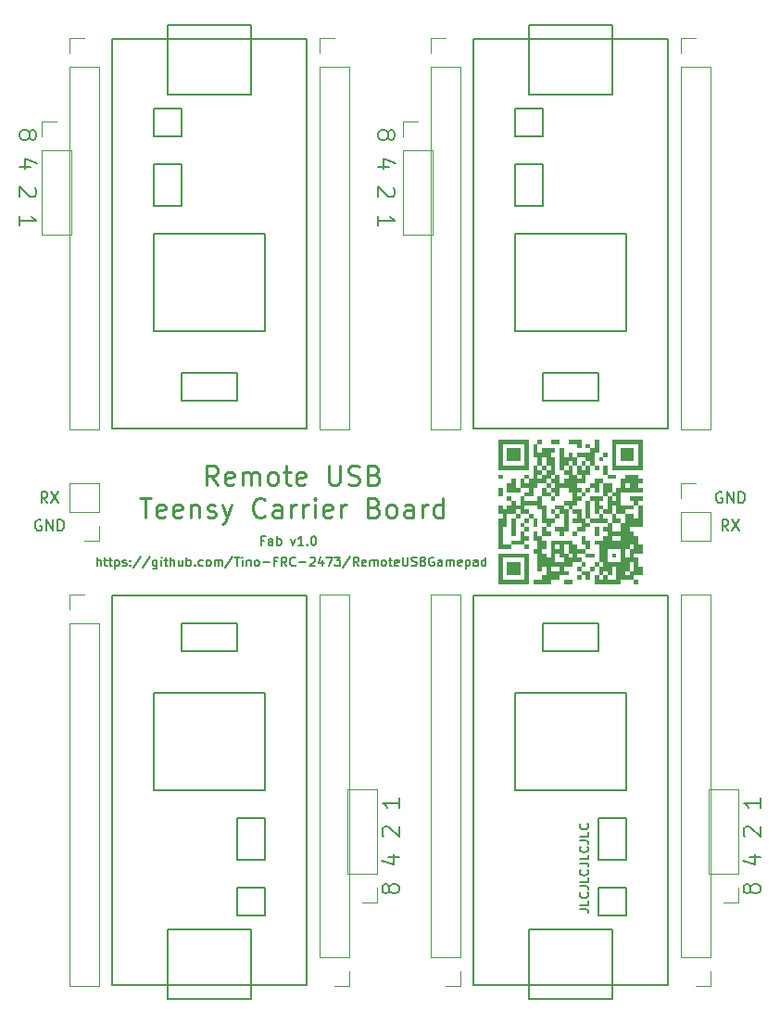
<source format=gbr>
G04 #@! TF.GenerationSoftware,KiCad,Pcbnew,(5.1.7-0-10_14)*
G04 #@! TF.CreationDate,2020-11-01T15:18:42-08:00*
G04 #@! TF.ProjectId,TeensyPCB_oshpark,5465656e-7379-4504-9342-5f6f73687061,rev?*
G04 #@! TF.SameCoordinates,Original*
G04 #@! TF.FileFunction,Legend,Top*
G04 #@! TF.FilePolarity,Positive*
%FSLAX46Y46*%
G04 Gerber Fmt 4.6, Leading zero omitted, Abs format (unit mm)*
G04 Created by KiCad (PCBNEW (5.1.7-0-10_14)) date 2020-11-01 15:18:42*
%MOMM*%
%LPD*%
G01*
G04 APERTURE LIST*
%ADD10C,0.152400*%
%ADD11C,0.279400*%
%ADD12C,0.203200*%
%ADD13C,0.100000*%
%ADD14C,0.150000*%
%ADD15C,0.120000*%
G04 APERTURE END LIST*
D10*
X125047828Y-104208942D02*
X124776895Y-104208942D01*
X124776895Y-104634695D02*
X124776895Y-103821895D01*
X125163942Y-103821895D01*
X125821923Y-104634695D02*
X125821923Y-104208942D01*
X125783219Y-104131533D01*
X125705809Y-104092828D01*
X125550990Y-104092828D01*
X125473580Y-104131533D01*
X125821923Y-104595990D02*
X125744514Y-104634695D01*
X125550990Y-104634695D01*
X125473580Y-104595990D01*
X125434876Y-104518580D01*
X125434876Y-104441171D01*
X125473580Y-104363761D01*
X125550990Y-104325057D01*
X125744514Y-104325057D01*
X125821923Y-104286352D01*
X126208971Y-104634695D02*
X126208971Y-103821895D01*
X126208971Y-104131533D02*
X126286380Y-104092828D01*
X126441200Y-104092828D01*
X126518609Y-104131533D01*
X126557314Y-104170238D01*
X126596019Y-104247647D01*
X126596019Y-104479876D01*
X126557314Y-104557285D01*
X126518609Y-104595990D01*
X126441200Y-104634695D01*
X126286380Y-104634695D01*
X126208971Y-104595990D01*
X127486228Y-104092828D02*
X127679752Y-104634695D01*
X127873276Y-104092828D01*
X128608666Y-104634695D02*
X128144209Y-104634695D01*
X128376438Y-104634695D02*
X128376438Y-103821895D01*
X128299028Y-103938009D01*
X128221619Y-104015419D01*
X128144209Y-104054123D01*
X128957009Y-104557285D02*
X128995714Y-104595990D01*
X128957009Y-104634695D01*
X128918304Y-104595990D01*
X128957009Y-104557285D01*
X128957009Y-104634695D01*
X129498876Y-103821895D02*
X129576285Y-103821895D01*
X129653695Y-103860600D01*
X129692400Y-103899304D01*
X129731104Y-103976714D01*
X129769809Y-104131533D01*
X129769809Y-104325057D01*
X129731104Y-104479876D01*
X129692400Y-104557285D01*
X129653695Y-104595990D01*
X129576285Y-104634695D01*
X129498876Y-104634695D01*
X129421466Y-104595990D01*
X129382761Y-104557285D01*
X129344057Y-104479876D01*
X129305352Y-104325057D01*
X129305352Y-104131533D01*
X129344057Y-103976714D01*
X129382761Y-103899304D01*
X129421466Y-103860600D01*
X129498876Y-103821895D01*
X153859895Y-137866361D02*
X154440466Y-137866361D01*
X154556580Y-137905066D01*
X154633990Y-137982476D01*
X154672695Y-138098590D01*
X154672695Y-138176000D01*
X154672695Y-137092266D02*
X154672695Y-137479314D01*
X153859895Y-137479314D01*
X154595285Y-136356876D02*
X154633990Y-136395580D01*
X154672695Y-136511695D01*
X154672695Y-136589104D01*
X154633990Y-136705219D01*
X154556580Y-136782628D01*
X154479171Y-136821333D01*
X154324352Y-136860038D01*
X154208238Y-136860038D01*
X154053419Y-136821333D01*
X153976009Y-136782628D01*
X153898600Y-136705219D01*
X153859895Y-136589104D01*
X153859895Y-136511695D01*
X153898600Y-136395580D01*
X153937304Y-136356876D01*
X153859895Y-135776304D02*
X154440466Y-135776304D01*
X154556580Y-135815009D01*
X154633990Y-135892419D01*
X154672695Y-136008533D01*
X154672695Y-136085942D01*
X154672695Y-135002209D02*
X154672695Y-135389257D01*
X153859895Y-135389257D01*
X154595285Y-134266819D02*
X154633990Y-134305523D01*
X154672695Y-134421638D01*
X154672695Y-134499047D01*
X154633990Y-134615161D01*
X154556580Y-134692571D01*
X154479171Y-134731276D01*
X154324352Y-134769980D01*
X154208238Y-134769980D01*
X154053419Y-134731276D01*
X153976009Y-134692571D01*
X153898600Y-134615161D01*
X153859895Y-134499047D01*
X153859895Y-134421638D01*
X153898600Y-134305523D01*
X153937304Y-134266819D01*
X153859895Y-133686247D02*
X154440466Y-133686247D01*
X154556580Y-133724952D01*
X154633990Y-133802361D01*
X154672695Y-133918476D01*
X154672695Y-133995885D01*
X154672695Y-132912152D02*
X154672695Y-133299200D01*
X153859895Y-133299200D01*
X154595285Y-132176761D02*
X154633990Y-132215466D01*
X154672695Y-132331580D01*
X154672695Y-132408990D01*
X154633990Y-132525104D01*
X154556580Y-132602514D01*
X154479171Y-132641219D01*
X154324352Y-132679923D01*
X154208238Y-132679923D01*
X154053419Y-132641219D01*
X153976009Y-132602514D01*
X153898600Y-132525104D01*
X153859895Y-132408990D01*
X153859895Y-132331580D01*
X153898600Y-132215466D01*
X153937304Y-132176761D01*
X153859895Y-131596190D02*
X154440466Y-131596190D01*
X154556580Y-131634895D01*
X154633990Y-131712304D01*
X154672695Y-131828419D01*
X154672695Y-131905828D01*
X154672695Y-130822095D02*
X154672695Y-131209142D01*
X153859895Y-131209142D01*
X154595285Y-130086704D02*
X154633990Y-130125409D01*
X154672695Y-130241523D01*
X154672695Y-130318933D01*
X154633990Y-130435047D01*
X154556580Y-130512457D01*
X154479171Y-130551161D01*
X154324352Y-130589866D01*
X154208238Y-130589866D01*
X154053419Y-130551161D01*
X153976009Y-130512457D01*
X153898600Y-130435047D01*
X153859895Y-130318933D01*
X153859895Y-130241523D01*
X153898600Y-130125409D01*
X153937304Y-130086704D01*
D11*
X120819333Y-99153133D02*
X120226666Y-98306466D01*
X119803333Y-99153133D02*
X119803333Y-97375133D01*
X120480666Y-97375133D01*
X120650000Y-97459800D01*
X120734666Y-97544466D01*
X120819333Y-97713800D01*
X120819333Y-97967800D01*
X120734666Y-98137133D01*
X120650000Y-98221800D01*
X120480666Y-98306466D01*
X119803333Y-98306466D01*
X122258666Y-99068466D02*
X122089333Y-99153133D01*
X121750666Y-99153133D01*
X121581333Y-99068466D01*
X121496666Y-98899133D01*
X121496666Y-98221800D01*
X121581333Y-98052466D01*
X121750666Y-97967800D01*
X122089333Y-97967800D01*
X122258666Y-98052466D01*
X122343333Y-98221800D01*
X122343333Y-98391133D01*
X121496666Y-98560466D01*
X123105333Y-99153133D02*
X123105333Y-97967800D01*
X123105333Y-98137133D02*
X123190000Y-98052466D01*
X123359333Y-97967800D01*
X123613333Y-97967800D01*
X123782666Y-98052466D01*
X123867333Y-98221800D01*
X123867333Y-99153133D01*
X123867333Y-98221800D02*
X123952000Y-98052466D01*
X124121333Y-97967800D01*
X124375333Y-97967800D01*
X124544666Y-98052466D01*
X124629333Y-98221800D01*
X124629333Y-99153133D01*
X125730000Y-99153133D02*
X125560666Y-99068466D01*
X125476000Y-98983800D01*
X125391333Y-98814466D01*
X125391333Y-98306466D01*
X125476000Y-98137133D01*
X125560666Y-98052466D01*
X125730000Y-97967800D01*
X125984000Y-97967800D01*
X126153333Y-98052466D01*
X126238000Y-98137133D01*
X126322666Y-98306466D01*
X126322666Y-98814466D01*
X126238000Y-98983800D01*
X126153333Y-99068466D01*
X125984000Y-99153133D01*
X125730000Y-99153133D01*
X126830666Y-97967800D02*
X127508000Y-97967800D01*
X127084666Y-97375133D02*
X127084666Y-98899133D01*
X127169333Y-99068466D01*
X127338666Y-99153133D01*
X127508000Y-99153133D01*
X128778000Y-99068466D02*
X128608666Y-99153133D01*
X128270000Y-99153133D01*
X128100666Y-99068466D01*
X128016000Y-98899133D01*
X128016000Y-98221800D01*
X128100666Y-98052466D01*
X128270000Y-97967800D01*
X128608666Y-97967800D01*
X128778000Y-98052466D01*
X128862666Y-98221800D01*
X128862666Y-98391133D01*
X128016000Y-98560466D01*
X130979333Y-97375133D02*
X130979333Y-98814466D01*
X131064000Y-98983800D01*
X131148666Y-99068466D01*
X131318000Y-99153133D01*
X131656666Y-99153133D01*
X131826000Y-99068466D01*
X131910666Y-98983800D01*
X131995333Y-98814466D01*
X131995333Y-97375133D01*
X132757333Y-99068466D02*
X133011333Y-99153133D01*
X133434666Y-99153133D01*
X133604000Y-99068466D01*
X133688666Y-98983800D01*
X133773333Y-98814466D01*
X133773333Y-98645133D01*
X133688666Y-98475800D01*
X133604000Y-98391133D01*
X133434666Y-98306466D01*
X133096000Y-98221800D01*
X132926666Y-98137133D01*
X132842000Y-98052466D01*
X132757333Y-97883133D01*
X132757333Y-97713800D01*
X132842000Y-97544466D01*
X132926666Y-97459800D01*
X133096000Y-97375133D01*
X133519333Y-97375133D01*
X133773333Y-97459800D01*
X135128000Y-98221800D02*
X135382000Y-98306466D01*
X135466666Y-98391133D01*
X135551333Y-98560466D01*
X135551333Y-98814466D01*
X135466666Y-98983800D01*
X135382000Y-99068466D01*
X135212666Y-99153133D01*
X134535333Y-99153133D01*
X134535333Y-97375133D01*
X135128000Y-97375133D01*
X135297333Y-97459800D01*
X135382000Y-97544466D01*
X135466666Y-97713800D01*
X135466666Y-97883133D01*
X135382000Y-98052466D01*
X135297333Y-98137133D01*
X135128000Y-98221800D01*
X134535333Y-98221800D01*
X113665000Y-100321533D02*
X114681000Y-100321533D01*
X114173000Y-102099533D02*
X114173000Y-100321533D01*
X115951000Y-102014866D02*
X115781666Y-102099533D01*
X115443000Y-102099533D01*
X115273666Y-102014866D01*
X115189000Y-101845533D01*
X115189000Y-101168200D01*
X115273666Y-100998866D01*
X115443000Y-100914200D01*
X115781666Y-100914200D01*
X115951000Y-100998866D01*
X116035666Y-101168200D01*
X116035666Y-101337533D01*
X115189000Y-101506866D01*
X117475000Y-102014866D02*
X117305666Y-102099533D01*
X116967000Y-102099533D01*
X116797666Y-102014866D01*
X116713000Y-101845533D01*
X116713000Y-101168200D01*
X116797666Y-100998866D01*
X116967000Y-100914200D01*
X117305666Y-100914200D01*
X117475000Y-100998866D01*
X117559666Y-101168200D01*
X117559666Y-101337533D01*
X116713000Y-101506866D01*
X118321666Y-100914200D02*
X118321666Y-102099533D01*
X118321666Y-101083533D02*
X118406333Y-100998866D01*
X118575666Y-100914200D01*
X118829666Y-100914200D01*
X118999000Y-100998866D01*
X119083666Y-101168200D01*
X119083666Y-102099533D01*
X119845666Y-102014866D02*
X120015000Y-102099533D01*
X120353666Y-102099533D01*
X120523000Y-102014866D01*
X120607666Y-101845533D01*
X120607666Y-101760866D01*
X120523000Y-101591533D01*
X120353666Y-101506866D01*
X120099666Y-101506866D01*
X119930333Y-101422200D01*
X119845666Y-101252866D01*
X119845666Y-101168200D01*
X119930333Y-100998866D01*
X120099666Y-100914200D01*
X120353666Y-100914200D01*
X120523000Y-100998866D01*
X121200333Y-100914200D02*
X121623666Y-102099533D01*
X122047000Y-100914200D02*
X121623666Y-102099533D01*
X121454333Y-102522866D01*
X121369666Y-102607533D01*
X121200333Y-102692200D01*
X125095000Y-101930200D02*
X125010333Y-102014866D01*
X124756333Y-102099533D01*
X124587000Y-102099533D01*
X124333000Y-102014866D01*
X124163666Y-101845533D01*
X124079000Y-101676200D01*
X123994333Y-101337533D01*
X123994333Y-101083533D01*
X124079000Y-100744866D01*
X124163666Y-100575533D01*
X124333000Y-100406200D01*
X124587000Y-100321533D01*
X124756333Y-100321533D01*
X125010333Y-100406200D01*
X125095000Y-100490866D01*
X126619000Y-102099533D02*
X126619000Y-101168200D01*
X126534333Y-100998866D01*
X126365000Y-100914200D01*
X126026333Y-100914200D01*
X125857000Y-100998866D01*
X126619000Y-102014866D02*
X126449666Y-102099533D01*
X126026333Y-102099533D01*
X125857000Y-102014866D01*
X125772333Y-101845533D01*
X125772333Y-101676200D01*
X125857000Y-101506866D01*
X126026333Y-101422200D01*
X126449666Y-101422200D01*
X126619000Y-101337533D01*
X127465666Y-102099533D02*
X127465666Y-100914200D01*
X127465666Y-101252866D02*
X127550333Y-101083533D01*
X127635000Y-100998866D01*
X127804333Y-100914200D01*
X127973666Y-100914200D01*
X128566333Y-102099533D02*
X128566333Y-100914200D01*
X128566333Y-101252866D02*
X128651000Y-101083533D01*
X128735666Y-100998866D01*
X128905000Y-100914200D01*
X129074333Y-100914200D01*
X129667000Y-102099533D02*
X129667000Y-100914200D01*
X129667000Y-100321533D02*
X129582333Y-100406200D01*
X129667000Y-100490866D01*
X129751666Y-100406200D01*
X129667000Y-100321533D01*
X129667000Y-100490866D01*
X131191000Y-102014866D02*
X131021666Y-102099533D01*
X130683000Y-102099533D01*
X130513666Y-102014866D01*
X130429000Y-101845533D01*
X130429000Y-101168200D01*
X130513666Y-100998866D01*
X130683000Y-100914200D01*
X131021666Y-100914200D01*
X131191000Y-100998866D01*
X131275666Y-101168200D01*
X131275666Y-101337533D01*
X130429000Y-101506866D01*
X132037666Y-102099533D02*
X132037666Y-100914200D01*
X132037666Y-101252866D02*
X132122333Y-101083533D01*
X132207000Y-100998866D01*
X132376333Y-100914200D01*
X132545666Y-100914200D01*
X135085666Y-101168200D02*
X135339666Y-101252866D01*
X135424333Y-101337533D01*
X135509000Y-101506866D01*
X135509000Y-101760866D01*
X135424333Y-101930200D01*
X135339666Y-102014866D01*
X135170333Y-102099533D01*
X134493000Y-102099533D01*
X134493000Y-100321533D01*
X135085666Y-100321533D01*
X135255000Y-100406200D01*
X135339666Y-100490866D01*
X135424333Y-100660200D01*
X135424333Y-100829533D01*
X135339666Y-100998866D01*
X135255000Y-101083533D01*
X135085666Y-101168200D01*
X134493000Y-101168200D01*
X136525000Y-102099533D02*
X136355666Y-102014866D01*
X136271000Y-101930200D01*
X136186333Y-101760866D01*
X136186333Y-101252866D01*
X136271000Y-101083533D01*
X136355666Y-100998866D01*
X136525000Y-100914200D01*
X136779000Y-100914200D01*
X136948333Y-100998866D01*
X137033000Y-101083533D01*
X137117666Y-101252866D01*
X137117666Y-101760866D01*
X137033000Y-101930200D01*
X136948333Y-102014866D01*
X136779000Y-102099533D01*
X136525000Y-102099533D01*
X138641666Y-102099533D02*
X138641666Y-101168200D01*
X138557000Y-100998866D01*
X138387666Y-100914200D01*
X138049000Y-100914200D01*
X137879666Y-100998866D01*
X138641666Y-102014866D02*
X138472333Y-102099533D01*
X138049000Y-102099533D01*
X137879666Y-102014866D01*
X137795000Y-101845533D01*
X137795000Y-101676200D01*
X137879666Y-101506866D01*
X138049000Y-101422200D01*
X138472333Y-101422200D01*
X138641666Y-101337533D01*
X139488333Y-102099533D02*
X139488333Y-100914200D01*
X139488333Y-101252866D02*
X139573000Y-101083533D01*
X139657666Y-100998866D01*
X139827000Y-100914200D01*
X139996333Y-100914200D01*
X141351000Y-102099533D02*
X141351000Y-100321533D01*
X141351000Y-102014866D02*
X141181666Y-102099533D01*
X140843000Y-102099533D01*
X140673666Y-102014866D01*
X140589000Y-101930200D01*
X140504333Y-101760866D01*
X140504333Y-101252866D01*
X140589000Y-101083533D01*
X140673666Y-100998866D01*
X140843000Y-100914200D01*
X141181666Y-100914200D01*
X141351000Y-100998866D01*
D12*
X103559428Y-67056000D02*
X103632000Y-66910857D01*
X103704571Y-66838285D01*
X103849714Y-66765714D01*
X103922285Y-66765714D01*
X104067428Y-66838285D01*
X104140000Y-66910857D01*
X104212571Y-67056000D01*
X104212571Y-67346285D01*
X104140000Y-67491428D01*
X104067428Y-67564000D01*
X103922285Y-67636571D01*
X103849714Y-67636571D01*
X103704571Y-67564000D01*
X103632000Y-67491428D01*
X103559428Y-67346285D01*
X103559428Y-67056000D01*
X103486857Y-66910857D01*
X103414285Y-66838285D01*
X103269142Y-66765714D01*
X102978857Y-66765714D01*
X102833714Y-66838285D01*
X102761142Y-66910857D01*
X102688571Y-67056000D01*
X102688571Y-67346285D01*
X102761142Y-67491428D01*
X102833714Y-67564000D01*
X102978857Y-67636571D01*
X103269142Y-67636571D01*
X103414285Y-67564000D01*
X103486857Y-67491428D01*
X103559428Y-67346285D01*
X103704571Y-70104000D02*
X102688571Y-70104000D01*
X104285142Y-69741142D02*
X103196571Y-69378285D01*
X103196571Y-70321714D01*
X104067428Y-71990857D02*
X104140000Y-72063428D01*
X104212571Y-72208571D01*
X104212571Y-72571428D01*
X104140000Y-72716571D01*
X104067428Y-72789142D01*
X103922285Y-72861714D01*
X103777142Y-72861714D01*
X103559428Y-72789142D01*
X102688571Y-71918285D01*
X102688571Y-72861714D01*
X102688571Y-75474285D02*
X102688571Y-74603428D01*
X102688571Y-75038857D02*
X104212571Y-75038857D01*
X103994857Y-74893714D01*
X103849714Y-74748571D01*
X103777142Y-74603428D01*
X136325428Y-67056000D02*
X136398000Y-66910857D01*
X136470571Y-66838285D01*
X136615714Y-66765714D01*
X136688285Y-66765714D01*
X136833428Y-66838285D01*
X136906000Y-66910857D01*
X136978571Y-67056000D01*
X136978571Y-67346285D01*
X136906000Y-67491428D01*
X136833428Y-67564000D01*
X136688285Y-67636571D01*
X136615714Y-67636571D01*
X136470571Y-67564000D01*
X136398000Y-67491428D01*
X136325428Y-67346285D01*
X136325428Y-67056000D01*
X136252857Y-66910857D01*
X136180285Y-66838285D01*
X136035142Y-66765714D01*
X135744857Y-66765714D01*
X135599714Y-66838285D01*
X135527142Y-66910857D01*
X135454571Y-67056000D01*
X135454571Y-67346285D01*
X135527142Y-67491428D01*
X135599714Y-67564000D01*
X135744857Y-67636571D01*
X136035142Y-67636571D01*
X136180285Y-67564000D01*
X136252857Y-67491428D01*
X136325428Y-67346285D01*
X136470571Y-70104000D02*
X135454571Y-70104000D01*
X137051142Y-69741142D02*
X135962571Y-69378285D01*
X135962571Y-70321714D01*
X136833428Y-71990857D02*
X136906000Y-72063428D01*
X136978571Y-72208571D01*
X136978571Y-72571428D01*
X136906000Y-72716571D01*
X136833428Y-72789142D01*
X136688285Y-72861714D01*
X136543142Y-72861714D01*
X136325428Y-72789142D01*
X135454571Y-71918285D01*
X135454571Y-72861714D01*
X135454571Y-75474285D02*
X135454571Y-74603428D01*
X135454571Y-75038857D02*
X136978571Y-75038857D01*
X136760857Y-74893714D01*
X136615714Y-74748571D01*
X136543142Y-74603428D01*
X169490571Y-136144000D02*
X169418000Y-136289142D01*
X169345428Y-136361714D01*
X169200285Y-136434285D01*
X169127714Y-136434285D01*
X168982571Y-136361714D01*
X168910000Y-136289142D01*
X168837428Y-136144000D01*
X168837428Y-135853714D01*
X168910000Y-135708571D01*
X168982571Y-135636000D01*
X169127714Y-135563428D01*
X169200285Y-135563428D01*
X169345428Y-135636000D01*
X169418000Y-135708571D01*
X169490571Y-135853714D01*
X169490571Y-136144000D01*
X169563142Y-136289142D01*
X169635714Y-136361714D01*
X169780857Y-136434285D01*
X170071142Y-136434285D01*
X170216285Y-136361714D01*
X170288857Y-136289142D01*
X170361428Y-136144000D01*
X170361428Y-135853714D01*
X170288857Y-135708571D01*
X170216285Y-135636000D01*
X170071142Y-135563428D01*
X169780857Y-135563428D01*
X169635714Y-135636000D01*
X169563142Y-135708571D01*
X169490571Y-135853714D01*
X169345428Y-133096000D02*
X170361428Y-133096000D01*
X168764857Y-133458857D02*
X169853428Y-133821714D01*
X169853428Y-132878285D01*
X168982571Y-131209142D02*
X168910000Y-131136571D01*
X168837428Y-130991428D01*
X168837428Y-130628571D01*
X168910000Y-130483428D01*
X168982571Y-130410857D01*
X169127714Y-130338285D01*
X169272857Y-130338285D01*
X169490571Y-130410857D01*
X170361428Y-131281714D01*
X170361428Y-130338285D01*
X170361428Y-127725714D02*
X170361428Y-128596571D01*
X170361428Y-128161142D02*
X168837428Y-128161142D01*
X169055142Y-128306285D01*
X169200285Y-128451428D01*
X169272857Y-128596571D01*
X136470571Y-136144000D02*
X136398000Y-136289142D01*
X136325428Y-136361714D01*
X136180285Y-136434285D01*
X136107714Y-136434285D01*
X135962571Y-136361714D01*
X135890000Y-136289142D01*
X135817428Y-136144000D01*
X135817428Y-135853714D01*
X135890000Y-135708571D01*
X135962571Y-135636000D01*
X136107714Y-135563428D01*
X136180285Y-135563428D01*
X136325428Y-135636000D01*
X136398000Y-135708571D01*
X136470571Y-135853714D01*
X136470571Y-136144000D01*
X136543142Y-136289142D01*
X136615714Y-136361714D01*
X136760857Y-136434285D01*
X137051142Y-136434285D01*
X137196285Y-136361714D01*
X137268857Y-136289142D01*
X137341428Y-136144000D01*
X137341428Y-135853714D01*
X137268857Y-135708571D01*
X137196285Y-135636000D01*
X137051142Y-135563428D01*
X136760857Y-135563428D01*
X136615714Y-135636000D01*
X136543142Y-135708571D01*
X136470571Y-135853714D01*
X136325428Y-133096000D02*
X137341428Y-133096000D01*
X135744857Y-133458857D02*
X136833428Y-133821714D01*
X136833428Y-132878285D01*
X135962571Y-131209142D02*
X135890000Y-131136571D01*
X135817428Y-130991428D01*
X135817428Y-130628571D01*
X135890000Y-130483428D01*
X135962571Y-130410857D01*
X136107714Y-130338285D01*
X136252857Y-130338285D01*
X136470571Y-130410857D01*
X137341428Y-131281714D01*
X137341428Y-130338285D01*
X137341428Y-127725714D02*
X137341428Y-128596571D01*
X137341428Y-128161142D02*
X135817428Y-128161142D01*
X136035142Y-128306285D01*
X136180285Y-128451428D01*
X136252857Y-128596571D01*
D10*
X166878095Y-99830000D02*
X166782857Y-99782380D01*
X166640000Y-99782380D01*
X166497142Y-99830000D01*
X166401904Y-99925238D01*
X166354285Y-100020476D01*
X166306666Y-100210952D01*
X166306666Y-100353809D01*
X166354285Y-100544285D01*
X166401904Y-100639523D01*
X166497142Y-100734761D01*
X166640000Y-100782380D01*
X166735238Y-100782380D01*
X166878095Y-100734761D01*
X166925714Y-100687142D01*
X166925714Y-100353809D01*
X166735238Y-100353809D01*
X167354285Y-100782380D02*
X167354285Y-99782380D01*
X167925714Y-100782380D01*
X167925714Y-99782380D01*
X168401904Y-100782380D02*
X168401904Y-99782380D01*
X168640000Y-99782380D01*
X168782857Y-99830000D01*
X168878095Y-99925238D01*
X168925714Y-100020476D01*
X168973333Y-100210952D01*
X168973333Y-100353809D01*
X168925714Y-100544285D01*
X168878095Y-100639523D01*
X168782857Y-100734761D01*
X168640000Y-100782380D01*
X168401904Y-100782380D01*
X167473333Y-103322380D02*
X167140000Y-102846190D01*
X166901904Y-103322380D02*
X166901904Y-102322380D01*
X167282857Y-102322380D01*
X167378095Y-102370000D01*
X167425714Y-102417619D01*
X167473333Y-102512857D01*
X167473333Y-102655714D01*
X167425714Y-102750952D01*
X167378095Y-102798571D01*
X167282857Y-102846190D01*
X166901904Y-102846190D01*
X167806666Y-102322380D02*
X168473333Y-103322380D01*
X168473333Y-102322380D02*
X167806666Y-103322380D01*
X104648095Y-102370000D02*
X104552857Y-102322380D01*
X104410000Y-102322380D01*
X104267142Y-102370000D01*
X104171904Y-102465238D01*
X104124285Y-102560476D01*
X104076666Y-102750952D01*
X104076666Y-102893809D01*
X104124285Y-103084285D01*
X104171904Y-103179523D01*
X104267142Y-103274761D01*
X104410000Y-103322380D01*
X104505238Y-103322380D01*
X104648095Y-103274761D01*
X104695714Y-103227142D01*
X104695714Y-102893809D01*
X104505238Y-102893809D01*
X105124285Y-103322380D02*
X105124285Y-102322380D01*
X105695714Y-103322380D01*
X105695714Y-102322380D01*
X106171904Y-103322380D02*
X106171904Y-102322380D01*
X106410000Y-102322380D01*
X106552857Y-102370000D01*
X106648095Y-102465238D01*
X106695714Y-102560476D01*
X106743333Y-102750952D01*
X106743333Y-102893809D01*
X106695714Y-103084285D01*
X106648095Y-103179523D01*
X106552857Y-103274761D01*
X106410000Y-103322380D01*
X106171904Y-103322380D01*
X105243333Y-100782380D02*
X104910000Y-100306190D01*
X104671904Y-100782380D02*
X104671904Y-99782380D01*
X105052857Y-99782380D01*
X105148095Y-99830000D01*
X105195714Y-99877619D01*
X105243333Y-99972857D01*
X105243333Y-100115714D01*
X105195714Y-100210952D01*
X105148095Y-100258571D01*
X105052857Y-100306190D01*
X104671904Y-100306190D01*
X105576666Y-99782380D02*
X106243333Y-100782380D01*
X106243333Y-99782380D02*
X105576666Y-100782380D01*
D13*
G36*
X146835000Y-95400000D02*
G01*
X146835000Y-95000000D01*
X146435000Y-95000000D01*
X146435000Y-95400000D01*
X146835000Y-95400000D01*
G37*
G36*
X147235000Y-95400000D02*
G01*
X147235000Y-95000000D01*
X146835000Y-95000000D01*
X146835000Y-95400000D01*
X147235000Y-95400000D01*
G37*
G36*
X147635000Y-95400000D02*
G01*
X147635000Y-95000000D01*
X147235000Y-95000000D01*
X147235000Y-95400000D01*
X147635000Y-95400000D01*
G37*
G36*
X148035000Y-95400000D02*
G01*
X148035000Y-95000000D01*
X147635000Y-95000000D01*
X147635000Y-95400000D01*
X148035000Y-95400000D01*
G37*
G36*
X148435000Y-95400000D02*
G01*
X148435000Y-95000000D01*
X148035000Y-95000000D01*
X148035000Y-95400000D01*
X148435000Y-95400000D01*
G37*
G36*
X148835000Y-95400000D02*
G01*
X148835000Y-95000000D01*
X148435000Y-95000000D01*
X148435000Y-95400000D01*
X148835000Y-95400000D01*
G37*
G36*
X149235000Y-95400000D02*
G01*
X149235000Y-95000000D01*
X148835000Y-95000000D01*
X148835000Y-95400000D01*
X149235000Y-95400000D01*
G37*
G36*
X150435000Y-95400000D02*
G01*
X150435000Y-95000000D01*
X150035000Y-95000000D01*
X150035000Y-95400000D01*
X150435000Y-95400000D01*
G37*
G36*
X151635000Y-95400000D02*
G01*
X151635000Y-95000000D01*
X151235000Y-95000000D01*
X151235000Y-95400000D01*
X151635000Y-95400000D01*
G37*
G36*
X152035000Y-95400000D02*
G01*
X152035000Y-95000000D01*
X151635000Y-95000000D01*
X151635000Y-95400000D01*
X152035000Y-95400000D01*
G37*
G36*
X153235000Y-95400000D02*
G01*
X153235000Y-95000000D01*
X152835000Y-95000000D01*
X152835000Y-95400000D01*
X153235000Y-95400000D01*
G37*
G36*
X153635000Y-95400000D02*
G01*
X153635000Y-95000000D01*
X153235000Y-95000000D01*
X153235000Y-95400000D01*
X153635000Y-95400000D01*
G37*
G36*
X154035000Y-95400000D02*
G01*
X154035000Y-95000000D01*
X153635000Y-95000000D01*
X153635000Y-95400000D01*
X154035000Y-95400000D01*
G37*
G36*
X155635000Y-95400000D02*
G01*
X155635000Y-95000000D01*
X155235000Y-95000000D01*
X155235000Y-95400000D01*
X155635000Y-95400000D01*
G37*
G36*
X157235000Y-95400000D02*
G01*
X157235000Y-95000000D01*
X156835000Y-95000000D01*
X156835000Y-95400000D01*
X157235000Y-95400000D01*
G37*
G36*
X157635000Y-95400000D02*
G01*
X157635000Y-95000000D01*
X157235000Y-95000000D01*
X157235000Y-95400000D01*
X157635000Y-95400000D01*
G37*
G36*
X158035000Y-95400000D02*
G01*
X158035000Y-95000000D01*
X157635000Y-95000000D01*
X157635000Y-95400000D01*
X158035000Y-95400000D01*
G37*
G36*
X158435000Y-95400000D02*
G01*
X158435000Y-95000000D01*
X158035000Y-95000000D01*
X158035000Y-95400000D01*
X158435000Y-95400000D01*
G37*
G36*
X158835000Y-95400000D02*
G01*
X158835000Y-95000000D01*
X158435000Y-95000000D01*
X158435000Y-95400000D01*
X158835000Y-95400000D01*
G37*
G36*
X159235000Y-95400000D02*
G01*
X159235000Y-95000000D01*
X158835000Y-95000000D01*
X158835000Y-95400000D01*
X159235000Y-95400000D01*
G37*
G36*
X159635000Y-95400000D02*
G01*
X159635000Y-95000000D01*
X159235000Y-95000000D01*
X159235000Y-95400000D01*
X159635000Y-95400000D01*
G37*
G36*
X146835000Y-95800000D02*
G01*
X146835000Y-95400000D01*
X146435000Y-95400000D01*
X146435000Y-95800000D01*
X146835000Y-95800000D01*
G37*
G36*
X149235000Y-95800000D02*
G01*
X149235000Y-95400000D01*
X148835000Y-95400000D01*
X148835000Y-95800000D01*
X149235000Y-95800000D01*
G37*
G36*
X150035000Y-95800000D02*
G01*
X150035000Y-95400000D01*
X149635000Y-95400000D01*
X149635000Y-95800000D01*
X150035000Y-95800000D01*
G37*
G36*
X154035000Y-95800000D02*
G01*
X154035000Y-95400000D01*
X153635000Y-95400000D01*
X153635000Y-95800000D01*
X154035000Y-95800000D01*
G37*
G36*
X154835000Y-95800000D02*
G01*
X154835000Y-95400000D01*
X154435000Y-95400000D01*
X154435000Y-95800000D01*
X154835000Y-95800000D01*
G37*
G36*
X155635000Y-95800000D02*
G01*
X155635000Y-95400000D01*
X155235000Y-95400000D01*
X155235000Y-95800000D01*
X155635000Y-95800000D01*
G37*
G36*
X157235000Y-95800000D02*
G01*
X157235000Y-95400000D01*
X156835000Y-95400000D01*
X156835000Y-95800000D01*
X157235000Y-95800000D01*
G37*
G36*
X159635000Y-95800000D02*
G01*
X159635000Y-95400000D01*
X159235000Y-95400000D01*
X159235000Y-95800000D01*
X159635000Y-95800000D01*
G37*
G36*
X146835000Y-96200000D02*
G01*
X146835000Y-95800000D01*
X146435000Y-95800000D01*
X146435000Y-96200000D01*
X146835000Y-96200000D01*
G37*
G36*
X147635000Y-96200000D02*
G01*
X147635000Y-95800000D01*
X147235000Y-95800000D01*
X147235000Y-96200000D01*
X147635000Y-96200000D01*
G37*
G36*
X148035000Y-96200000D02*
G01*
X148035000Y-95800000D01*
X147635000Y-95800000D01*
X147635000Y-96200000D01*
X148035000Y-96200000D01*
G37*
G36*
X148435000Y-96200000D02*
G01*
X148435000Y-95800000D01*
X148035000Y-95800000D01*
X148035000Y-96200000D01*
X148435000Y-96200000D01*
G37*
G36*
X149235000Y-96200000D02*
G01*
X149235000Y-95800000D01*
X148835000Y-95800000D01*
X148835000Y-96200000D01*
X149235000Y-96200000D01*
G37*
G36*
X150035000Y-96200000D02*
G01*
X150035000Y-95800000D01*
X149635000Y-95800000D01*
X149635000Y-96200000D01*
X150035000Y-96200000D01*
G37*
G36*
X150835000Y-96200000D02*
G01*
X150835000Y-95800000D01*
X150435000Y-95800000D01*
X150435000Y-96200000D01*
X150835000Y-96200000D01*
G37*
G36*
X151235000Y-96200000D02*
G01*
X151235000Y-95800000D01*
X150835000Y-95800000D01*
X150835000Y-96200000D01*
X151235000Y-96200000D01*
G37*
G36*
X151635000Y-96200000D02*
G01*
X151635000Y-95800000D01*
X151235000Y-95800000D01*
X151235000Y-96200000D01*
X151635000Y-96200000D01*
G37*
G36*
X152435000Y-96200000D02*
G01*
X152435000Y-95800000D01*
X152035000Y-95800000D01*
X152035000Y-96200000D01*
X152435000Y-96200000D01*
G37*
G36*
X155235000Y-96200000D02*
G01*
X155235000Y-95800000D01*
X154835000Y-95800000D01*
X154835000Y-96200000D01*
X155235000Y-96200000D01*
G37*
G36*
X155635000Y-96200000D02*
G01*
X155635000Y-95800000D01*
X155235000Y-95800000D01*
X155235000Y-96200000D01*
X155635000Y-96200000D01*
G37*
G36*
X157235000Y-96200000D02*
G01*
X157235000Y-95800000D01*
X156835000Y-95800000D01*
X156835000Y-96200000D01*
X157235000Y-96200000D01*
G37*
G36*
X158035000Y-96200000D02*
G01*
X158035000Y-95800000D01*
X157635000Y-95800000D01*
X157635000Y-96200000D01*
X158035000Y-96200000D01*
G37*
G36*
X158435000Y-96200000D02*
G01*
X158435000Y-95800000D01*
X158035000Y-95800000D01*
X158035000Y-96200000D01*
X158435000Y-96200000D01*
G37*
G36*
X158835000Y-96200000D02*
G01*
X158835000Y-95800000D01*
X158435000Y-95800000D01*
X158435000Y-96200000D01*
X158835000Y-96200000D01*
G37*
G36*
X159635000Y-96200000D02*
G01*
X159635000Y-95800000D01*
X159235000Y-95800000D01*
X159235000Y-96200000D01*
X159635000Y-96200000D01*
G37*
G36*
X146835000Y-96600000D02*
G01*
X146835000Y-96200000D01*
X146435000Y-96200000D01*
X146435000Y-96600000D01*
X146835000Y-96600000D01*
G37*
G36*
X147635000Y-96600000D02*
G01*
X147635000Y-96200000D01*
X147235000Y-96200000D01*
X147235000Y-96600000D01*
X147635000Y-96600000D01*
G37*
G36*
X148035000Y-96600000D02*
G01*
X148035000Y-96200000D01*
X147635000Y-96200000D01*
X147635000Y-96600000D01*
X148035000Y-96600000D01*
G37*
G36*
X148435000Y-96600000D02*
G01*
X148435000Y-96200000D01*
X148035000Y-96200000D01*
X148035000Y-96600000D01*
X148435000Y-96600000D01*
G37*
G36*
X149235000Y-96600000D02*
G01*
X149235000Y-96200000D01*
X148835000Y-96200000D01*
X148835000Y-96600000D01*
X149235000Y-96600000D01*
G37*
G36*
X150035000Y-96600000D02*
G01*
X150035000Y-96200000D01*
X149635000Y-96200000D01*
X149635000Y-96600000D01*
X150035000Y-96600000D01*
G37*
G36*
X150435000Y-96600000D02*
G01*
X150435000Y-96200000D01*
X150035000Y-96200000D01*
X150035000Y-96600000D01*
X150435000Y-96600000D01*
G37*
G36*
X150835000Y-96600000D02*
G01*
X150835000Y-96200000D01*
X150435000Y-96200000D01*
X150435000Y-96600000D01*
X150835000Y-96600000D01*
G37*
G36*
X151235000Y-96600000D02*
G01*
X151235000Y-96200000D01*
X150835000Y-96200000D01*
X150835000Y-96600000D01*
X151235000Y-96600000D01*
G37*
G36*
X152435000Y-96600000D02*
G01*
X152435000Y-96200000D01*
X152035000Y-96200000D01*
X152035000Y-96600000D01*
X152435000Y-96600000D01*
G37*
G36*
X153235000Y-96600000D02*
G01*
X153235000Y-96200000D01*
X152835000Y-96200000D01*
X152835000Y-96600000D01*
X153235000Y-96600000D01*
G37*
G36*
X154035000Y-96600000D02*
G01*
X154035000Y-96200000D01*
X153635000Y-96200000D01*
X153635000Y-96600000D01*
X154035000Y-96600000D01*
G37*
G36*
X154435000Y-96600000D02*
G01*
X154435000Y-96200000D01*
X154035000Y-96200000D01*
X154035000Y-96600000D01*
X154435000Y-96600000D01*
G37*
G36*
X154835000Y-96600000D02*
G01*
X154835000Y-96200000D01*
X154435000Y-96200000D01*
X154435000Y-96600000D01*
X154835000Y-96600000D01*
G37*
G36*
X155235000Y-96600000D02*
G01*
X155235000Y-96200000D01*
X154835000Y-96200000D01*
X154835000Y-96600000D01*
X155235000Y-96600000D01*
G37*
G36*
X156435000Y-96600000D02*
G01*
X156435000Y-96200000D01*
X156035000Y-96200000D01*
X156035000Y-96600000D01*
X156435000Y-96600000D01*
G37*
G36*
X157235000Y-96600000D02*
G01*
X157235000Y-96200000D01*
X156835000Y-96200000D01*
X156835000Y-96600000D01*
X157235000Y-96600000D01*
G37*
G36*
X158035000Y-96600000D02*
G01*
X158035000Y-96200000D01*
X157635000Y-96200000D01*
X157635000Y-96600000D01*
X158035000Y-96600000D01*
G37*
G36*
X158435000Y-96600000D02*
G01*
X158435000Y-96200000D01*
X158035000Y-96200000D01*
X158035000Y-96600000D01*
X158435000Y-96600000D01*
G37*
G36*
X158835000Y-96600000D02*
G01*
X158835000Y-96200000D01*
X158435000Y-96200000D01*
X158435000Y-96600000D01*
X158835000Y-96600000D01*
G37*
G36*
X159635000Y-96600000D02*
G01*
X159635000Y-96200000D01*
X159235000Y-96200000D01*
X159235000Y-96600000D01*
X159635000Y-96600000D01*
G37*
G36*
X146835000Y-97000000D02*
G01*
X146835000Y-96600000D01*
X146435000Y-96600000D01*
X146435000Y-97000000D01*
X146835000Y-97000000D01*
G37*
G36*
X147635000Y-97000000D02*
G01*
X147635000Y-96600000D01*
X147235000Y-96600000D01*
X147235000Y-97000000D01*
X147635000Y-97000000D01*
G37*
G36*
X148035000Y-97000000D02*
G01*
X148035000Y-96600000D01*
X147635000Y-96600000D01*
X147635000Y-97000000D01*
X148035000Y-97000000D01*
G37*
G36*
X148435000Y-97000000D02*
G01*
X148435000Y-96600000D01*
X148035000Y-96600000D01*
X148035000Y-97000000D01*
X148435000Y-97000000D01*
G37*
G36*
X149235000Y-97000000D02*
G01*
X149235000Y-96600000D01*
X148835000Y-96600000D01*
X148835000Y-97000000D01*
X149235000Y-97000000D01*
G37*
G36*
X150435000Y-97000000D02*
G01*
X150435000Y-96600000D01*
X150035000Y-96600000D01*
X150035000Y-97000000D01*
X150435000Y-97000000D01*
G37*
G36*
X151235000Y-97000000D02*
G01*
X151235000Y-96600000D01*
X150835000Y-96600000D01*
X150835000Y-97000000D01*
X151235000Y-97000000D01*
G37*
G36*
X151635000Y-97000000D02*
G01*
X151635000Y-96600000D01*
X151235000Y-96600000D01*
X151235000Y-97000000D01*
X151635000Y-97000000D01*
G37*
G36*
X152435000Y-97000000D02*
G01*
X152435000Y-96600000D01*
X152035000Y-96600000D01*
X152035000Y-97000000D01*
X152435000Y-97000000D01*
G37*
G36*
X152835000Y-97000000D02*
G01*
X152835000Y-96600000D01*
X152435000Y-96600000D01*
X152435000Y-97000000D01*
X152835000Y-97000000D01*
G37*
G36*
X153235000Y-97000000D02*
G01*
X153235000Y-96600000D01*
X152835000Y-96600000D01*
X152835000Y-97000000D01*
X153235000Y-97000000D01*
G37*
G36*
X153635000Y-97000000D02*
G01*
X153635000Y-96600000D01*
X153235000Y-96600000D01*
X153235000Y-97000000D01*
X153635000Y-97000000D01*
G37*
G36*
X154835000Y-97000000D02*
G01*
X154835000Y-96600000D01*
X154435000Y-96600000D01*
X154435000Y-97000000D01*
X154835000Y-97000000D01*
G37*
G36*
X155235000Y-97000000D02*
G01*
X155235000Y-96600000D01*
X154835000Y-96600000D01*
X154835000Y-97000000D01*
X155235000Y-97000000D01*
G37*
G36*
X156035000Y-97000000D02*
G01*
X156035000Y-96600000D01*
X155635000Y-96600000D01*
X155635000Y-97000000D01*
X156035000Y-97000000D01*
G37*
G36*
X157235000Y-97000000D02*
G01*
X157235000Y-96600000D01*
X156835000Y-96600000D01*
X156835000Y-97000000D01*
X157235000Y-97000000D01*
G37*
G36*
X158035000Y-97000000D02*
G01*
X158035000Y-96600000D01*
X157635000Y-96600000D01*
X157635000Y-97000000D01*
X158035000Y-97000000D01*
G37*
G36*
X158435000Y-97000000D02*
G01*
X158435000Y-96600000D01*
X158035000Y-96600000D01*
X158035000Y-97000000D01*
X158435000Y-97000000D01*
G37*
G36*
X158835000Y-97000000D02*
G01*
X158835000Y-96600000D01*
X158435000Y-96600000D01*
X158435000Y-97000000D01*
X158835000Y-97000000D01*
G37*
G36*
X159635000Y-97000000D02*
G01*
X159635000Y-96600000D01*
X159235000Y-96600000D01*
X159235000Y-97000000D01*
X159635000Y-97000000D01*
G37*
G36*
X146835000Y-97400000D02*
G01*
X146835000Y-97000000D01*
X146435000Y-97000000D01*
X146435000Y-97400000D01*
X146835000Y-97400000D01*
G37*
G36*
X149235000Y-97400000D02*
G01*
X149235000Y-97000000D01*
X148835000Y-97000000D01*
X148835000Y-97400000D01*
X149235000Y-97400000D01*
G37*
G36*
X150435000Y-97400000D02*
G01*
X150435000Y-97000000D01*
X150035000Y-97000000D01*
X150035000Y-97400000D01*
X150435000Y-97400000D01*
G37*
G36*
X151235000Y-97400000D02*
G01*
X151235000Y-97000000D01*
X150835000Y-97000000D01*
X150835000Y-97400000D01*
X151235000Y-97400000D01*
G37*
G36*
X151635000Y-97400000D02*
G01*
X151635000Y-97000000D01*
X151235000Y-97000000D01*
X151235000Y-97400000D01*
X151635000Y-97400000D01*
G37*
G36*
X152435000Y-97400000D02*
G01*
X152435000Y-97000000D01*
X152035000Y-97000000D01*
X152035000Y-97400000D01*
X152435000Y-97400000D01*
G37*
G36*
X152835000Y-97400000D02*
G01*
X152835000Y-97000000D01*
X152435000Y-97000000D01*
X152435000Y-97400000D01*
X152835000Y-97400000D01*
G37*
G36*
X153635000Y-97400000D02*
G01*
X153635000Y-97000000D01*
X153235000Y-97000000D01*
X153235000Y-97400000D01*
X153635000Y-97400000D01*
G37*
G36*
X154435000Y-97400000D02*
G01*
X154435000Y-97000000D01*
X154035000Y-97000000D01*
X154035000Y-97400000D01*
X154435000Y-97400000D01*
G37*
G36*
X155235000Y-97400000D02*
G01*
X155235000Y-97000000D01*
X154835000Y-97000000D01*
X154835000Y-97400000D01*
X155235000Y-97400000D01*
G37*
G36*
X157235000Y-97400000D02*
G01*
X157235000Y-97000000D01*
X156835000Y-97000000D01*
X156835000Y-97400000D01*
X157235000Y-97400000D01*
G37*
G36*
X159635000Y-97400000D02*
G01*
X159635000Y-97000000D01*
X159235000Y-97000000D01*
X159235000Y-97400000D01*
X159635000Y-97400000D01*
G37*
G36*
X146835000Y-97800000D02*
G01*
X146835000Y-97400000D01*
X146435000Y-97400000D01*
X146435000Y-97800000D01*
X146835000Y-97800000D01*
G37*
G36*
X147235000Y-97800000D02*
G01*
X147235000Y-97400000D01*
X146835000Y-97400000D01*
X146835000Y-97800000D01*
X147235000Y-97800000D01*
G37*
G36*
X147635000Y-97800000D02*
G01*
X147635000Y-97400000D01*
X147235000Y-97400000D01*
X147235000Y-97800000D01*
X147635000Y-97800000D01*
G37*
G36*
X148035000Y-97800000D02*
G01*
X148035000Y-97400000D01*
X147635000Y-97400000D01*
X147635000Y-97800000D01*
X148035000Y-97800000D01*
G37*
G36*
X148435000Y-97800000D02*
G01*
X148435000Y-97400000D01*
X148035000Y-97400000D01*
X148035000Y-97800000D01*
X148435000Y-97800000D01*
G37*
G36*
X148835000Y-97800000D02*
G01*
X148835000Y-97400000D01*
X148435000Y-97400000D01*
X148435000Y-97800000D01*
X148835000Y-97800000D01*
G37*
G36*
X149235000Y-97800000D02*
G01*
X149235000Y-97400000D01*
X148835000Y-97400000D01*
X148835000Y-97800000D01*
X149235000Y-97800000D01*
G37*
G36*
X150035000Y-97800000D02*
G01*
X150035000Y-97400000D01*
X149635000Y-97400000D01*
X149635000Y-97800000D01*
X150035000Y-97800000D01*
G37*
G36*
X150835000Y-97800000D02*
G01*
X150835000Y-97400000D01*
X150435000Y-97400000D01*
X150435000Y-97800000D01*
X150835000Y-97800000D01*
G37*
G36*
X151635000Y-97800000D02*
G01*
X151635000Y-97400000D01*
X151235000Y-97400000D01*
X151235000Y-97800000D01*
X151635000Y-97800000D01*
G37*
G36*
X152435000Y-97800000D02*
G01*
X152435000Y-97400000D01*
X152035000Y-97400000D01*
X152035000Y-97800000D01*
X152435000Y-97800000D01*
G37*
G36*
X153235000Y-97800000D02*
G01*
X153235000Y-97400000D01*
X152835000Y-97400000D01*
X152835000Y-97800000D01*
X153235000Y-97800000D01*
G37*
G36*
X154035000Y-97800000D02*
G01*
X154035000Y-97400000D01*
X153635000Y-97400000D01*
X153635000Y-97800000D01*
X154035000Y-97800000D01*
G37*
G36*
X154835000Y-97800000D02*
G01*
X154835000Y-97400000D01*
X154435000Y-97400000D01*
X154435000Y-97800000D01*
X154835000Y-97800000D01*
G37*
G36*
X155635000Y-97800000D02*
G01*
X155635000Y-97400000D01*
X155235000Y-97400000D01*
X155235000Y-97800000D01*
X155635000Y-97800000D01*
G37*
G36*
X156435000Y-97800000D02*
G01*
X156435000Y-97400000D01*
X156035000Y-97400000D01*
X156035000Y-97800000D01*
X156435000Y-97800000D01*
G37*
G36*
X157235000Y-97800000D02*
G01*
X157235000Y-97400000D01*
X156835000Y-97400000D01*
X156835000Y-97800000D01*
X157235000Y-97800000D01*
G37*
G36*
X157635000Y-97800000D02*
G01*
X157635000Y-97400000D01*
X157235000Y-97400000D01*
X157235000Y-97800000D01*
X157635000Y-97800000D01*
G37*
G36*
X158035000Y-97800000D02*
G01*
X158035000Y-97400000D01*
X157635000Y-97400000D01*
X157635000Y-97800000D01*
X158035000Y-97800000D01*
G37*
G36*
X158435000Y-97800000D02*
G01*
X158435000Y-97400000D01*
X158035000Y-97400000D01*
X158035000Y-97800000D01*
X158435000Y-97800000D01*
G37*
G36*
X158835000Y-97800000D02*
G01*
X158835000Y-97400000D01*
X158435000Y-97400000D01*
X158435000Y-97800000D01*
X158835000Y-97800000D01*
G37*
G36*
X159235000Y-97800000D02*
G01*
X159235000Y-97400000D01*
X158835000Y-97400000D01*
X158835000Y-97800000D01*
X159235000Y-97800000D01*
G37*
G36*
X159635000Y-97800000D02*
G01*
X159635000Y-97400000D01*
X159235000Y-97400000D01*
X159235000Y-97800000D01*
X159635000Y-97800000D01*
G37*
G36*
X150035000Y-98200000D02*
G01*
X150035000Y-97800000D01*
X149635000Y-97800000D01*
X149635000Y-98200000D01*
X150035000Y-98200000D01*
G37*
G36*
X150435000Y-98200000D02*
G01*
X150435000Y-97800000D01*
X150035000Y-97800000D01*
X150035000Y-98200000D01*
X150435000Y-98200000D01*
G37*
G36*
X151235000Y-98200000D02*
G01*
X151235000Y-97800000D01*
X150835000Y-97800000D01*
X150835000Y-98200000D01*
X151235000Y-98200000D01*
G37*
G36*
X151635000Y-98200000D02*
G01*
X151635000Y-97800000D01*
X151235000Y-97800000D01*
X151235000Y-98200000D01*
X151635000Y-98200000D01*
G37*
G36*
X152835000Y-98200000D02*
G01*
X152835000Y-97800000D01*
X152435000Y-97800000D01*
X152435000Y-98200000D01*
X152835000Y-98200000D01*
G37*
G36*
X153235000Y-98200000D02*
G01*
X153235000Y-97800000D01*
X152835000Y-97800000D01*
X152835000Y-98200000D01*
X153235000Y-98200000D01*
G37*
G36*
X154035000Y-98200000D02*
G01*
X154035000Y-97800000D01*
X153635000Y-97800000D01*
X153635000Y-98200000D01*
X154035000Y-98200000D01*
G37*
G36*
X154435000Y-98200000D02*
G01*
X154435000Y-97800000D01*
X154035000Y-97800000D01*
X154035000Y-98200000D01*
X154435000Y-98200000D01*
G37*
G36*
X154835000Y-98200000D02*
G01*
X154835000Y-97800000D01*
X154435000Y-97800000D01*
X154435000Y-98200000D01*
X154835000Y-98200000D01*
G37*
G36*
X156435000Y-98200000D02*
G01*
X156435000Y-97800000D01*
X156035000Y-97800000D01*
X156035000Y-98200000D01*
X156435000Y-98200000D01*
G37*
G36*
X146835000Y-98600000D02*
G01*
X146835000Y-98200000D01*
X146435000Y-98200000D01*
X146435000Y-98600000D01*
X146835000Y-98600000D01*
G37*
G36*
X149235000Y-98600000D02*
G01*
X149235000Y-98200000D01*
X148835000Y-98200000D01*
X148835000Y-98600000D01*
X149235000Y-98600000D01*
G37*
G36*
X150035000Y-98600000D02*
G01*
X150035000Y-98200000D01*
X149635000Y-98200000D01*
X149635000Y-98600000D01*
X150035000Y-98600000D01*
G37*
G36*
X150835000Y-98600000D02*
G01*
X150835000Y-98200000D01*
X150435000Y-98200000D01*
X150435000Y-98600000D01*
X150835000Y-98600000D01*
G37*
G36*
X151235000Y-98600000D02*
G01*
X151235000Y-98200000D01*
X150835000Y-98200000D01*
X150835000Y-98600000D01*
X151235000Y-98600000D01*
G37*
G36*
X152035000Y-98600000D02*
G01*
X152035000Y-98200000D01*
X151635000Y-98200000D01*
X151635000Y-98600000D01*
X152035000Y-98600000D01*
G37*
G36*
X153235000Y-98600000D02*
G01*
X153235000Y-98200000D01*
X152835000Y-98200000D01*
X152835000Y-98600000D01*
X153235000Y-98600000D01*
G37*
G36*
X153635000Y-98600000D02*
G01*
X153635000Y-98200000D01*
X153235000Y-98200000D01*
X153235000Y-98600000D01*
X153635000Y-98600000D01*
G37*
G36*
X154435000Y-98600000D02*
G01*
X154435000Y-98200000D01*
X154035000Y-98200000D01*
X154035000Y-98600000D01*
X154435000Y-98600000D01*
G37*
G36*
X156835000Y-98600000D02*
G01*
X156835000Y-98200000D01*
X156435000Y-98200000D01*
X156435000Y-98600000D01*
X156835000Y-98600000D01*
G37*
G36*
X157235000Y-98600000D02*
G01*
X157235000Y-98200000D01*
X156835000Y-98200000D01*
X156835000Y-98600000D01*
X157235000Y-98600000D01*
G37*
G36*
X158435000Y-98600000D02*
G01*
X158435000Y-98200000D01*
X158035000Y-98200000D01*
X158035000Y-98600000D01*
X158435000Y-98600000D01*
G37*
G36*
X158835000Y-98600000D02*
G01*
X158835000Y-98200000D01*
X158435000Y-98200000D01*
X158435000Y-98600000D01*
X158835000Y-98600000D01*
G37*
G36*
X159235000Y-98600000D02*
G01*
X159235000Y-98200000D01*
X158835000Y-98200000D01*
X158835000Y-98600000D01*
X159235000Y-98600000D01*
G37*
G36*
X148035000Y-99000000D02*
G01*
X148035000Y-98600000D01*
X147635000Y-98600000D01*
X147635000Y-99000000D01*
X148035000Y-99000000D01*
G37*
G36*
X148835000Y-99000000D02*
G01*
X148835000Y-98600000D01*
X148435000Y-98600000D01*
X148435000Y-99000000D01*
X148835000Y-99000000D01*
G37*
G36*
X149635000Y-99000000D02*
G01*
X149635000Y-98600000D01*
X149235000Y-98600000D01*
X149235000Y-99000000D01*
X149635000Y-99000000D01*
G37*
G36*
X150035000Y-99000000D02*
G01*
X150035000Y-98600000D01*
X149635000Y-98600000D01*
X149635000Y-99000000D01*
X150035000Y-99000000D01*
G37*
G36*
X150435000Y-99000000D02*
G01*
X150435000Y-98600000D01*
X150035000Y-98600000D01*
X150035000Y-99000000D01*
X150435000Y-99000000D01*
G37*
G36*
X150835000Y-99000000D02*
G01*
X150835000Y-98600000D01*
X150435000Y-98600000D01*
X150435000Y-99000000D01*
X150835000Y-99000000D01*
G37*
G36*
X151635000Y-99000000D02*
G01*
X151635000Y-98600000D01*
X151235000Y-98600000D01*
X151235000Y-99000000D01*
X151635000Y-99000000D01*
G37*
G36*
X152035000Y-99000000D02*
G01*
X152035000Y-98600000D01*
X151635000Y-98600000D01*
X151635000Y-99000000D01*
X152035000Y-99000000D01*
G37*
G36*
X152835000Y-99000000D02*
G01*
X152835000Y-98600000D01*
X152435000Y-98600000D01*
X152435000Y-99000000D01*
X152835000Y-99000000D01*
G37*
G36*
X153235000Y-99000000D02*
G01*
X153235000Y-98600000D01*
X152835000Y-98600000D01*
X152835000Y-99000000D01*
X153235000Y-99000000D01*
G37*
G36*
X153635000Y-99000000D02*
G01*
X153635000Y-98600000D01*
X153235000Y-98600000D01*
X153235000Y-99000000D01*
X153635000Y-99000000D01*
G37*
G36*
X154035000Y-99000000D02*
G01*
X154035000Y-98600000D01*
X153635000Y-98600000D01*
X153635000Y-99000000D01*
X154035000Y-99000000D01*
G37*
G36*
X154435000Y-99000000D02*
G01*
X154435000Y-98600000D01*
X154035000Y-98600000D01*
X154035000Y-99000000D01*
X154435000Y-99000000D01*
G37*
G36*
X155635000Y-99000000D02*
G01*
X155635000Y-98600000D01*
X155235000Y-98600000D01*
X155235000Y-99000000D01*
X155635000Y-99000000D01*
G37*
G36*
X156035000Y-99000000D02*
G01*
X156035000Y-98600000D01*
X155635000Y-98600000D01*
X155635000Y-99000000D01*
X156035000Y-99000000D01*
G37*
G36*
X158035000Y-99000000D02*
G01*
X158035000Y-98600000D01*
X157635000Y-98600000D01*
X157635000Y-99000000D01*
X158035000Y-99000000D01*
G37*
G36*
X158435000Y-99000000D02*
G01*
X158435000Y-98600000D01*
X158035000Y-98600000D01*
X158035000Y-99000000D01*
X158435000Y-99000000D01*
G37*
G36*
X158835000Y-99000000D02*
G01*
X158835000Y-98600000D01*
X158435000Y-98600000D01*
X158435000Y-99000000D01*
X158835000Y-99000000D01*
G37*
G36*
X159235000Y-99000000D02*
G01*
X159235000Y-98600000D01*
X158835000Y-98600000D01*
X158835000Y-99000000D01*
X159235000Y-99000000D01*
G37*
G36*
X159635000Y-99000000D02*
G01*
X159635000Y-98600000D01*
X159235000Y-98600000D01*
X159235000Y-99000000D01*
X159635000Y-99000000D01*
G37*
G36*
X147635000Y-99400000D02*
G01*
X147635000Y-99000000D01*
X147235000Y-99000000D01*
X147235000Y-99400000D01*
X147635000Y-99400000D01*
G37*
G36*
X148035000Y-99400000D02*
G01*
X148035000Y-99000000D01*
X147635000Y-99000000D01*
X147635000Y-99400000D01*
X148035000Y-99400000D01*
G37*
G36*
X148835000Y-99400000D02*
G01*
X148835000Y-99000000D01*
X148435000Y-99000000D01*
X148435000Y-99400000D01*
X148835000Y-99400000D01*
G37*
G36*
X149235000Y-99400000D02*
G01*
X149235000Y-99000000D01*
X148835000Y-99000000D01*
X148835000Y-99400000D01*
X149235000Y-99400000D01*
G37*
G36*
X149635000Y-99400000D02*
G01*
X149635000Y-99000000D01*
X149235000Y-99000000D01*
X149235000Y-99400000D01*
X149635000Y-99400000D01*
G37*
G36*
X150035000Y-99400000D02*
G01*
X150035000Y-99000000D01*
X149635000Y-99000000D01*
X149635000Y-99400000D01*
X150035000Y-99400000D01*
G37*
G36*
X151235000Y-99400000D02*
G01*
X151235000Y-99000000D01*
X150835000Y-99000000D01*
X150835000Y-99400000D01*
X151235000Y-99400000D01*
G37*
G36*
X152035000Y-99400000D02*
G01*
X152035000Y-99000000D01*
X151635000Y-99000000D01*
X151635000Y-99400000D01*
X152035000Y-99400000D01*
G37*
G36*
X152435000Y-99400000D02*
G01*
X152435000Y-99000000D01*
X152035000Y-99000000D01*
X152035000Y-99400000D01*
X152435000Y-99400000D01*
G37*
G36*
X152835000Y-99400000D02*
G01*
X152835000Y-99000000D01*
X152435000Y-99000000D01*
X152435000Y-99400000D01*
X152835000Y-99400000D01*
G37*
G36*
X153235000Y-99400000D02*
G01*
X153235000Y-99000000D01*
X152835000Y-99000000D01*
X152835000Y-99400000D01*
X153235000Y-99400000D01*
G37*
G36*
X153635000Y-99400000D02*
G01*
X153635000Y-99000000D01*
X153235000Y-99000000D01*
X153235000Y-99400000D01*
X153635000Y-99400000D01*
G37*
G36*
X155235000Y-99400000D02*
G01*
X155235000Y-99000000D01*
X154835000Y-99000000D01*
X154835000Y-99400000D01*
X155235000Y-99400000D01*
G37*
G36*
X155635000Y-99400000D02*
G01*
X155635000Y-99000000D01*
X155235000Y-99000000D01*
X155235000Y-99400000D01*
X155635000Y-99400000D01*
G37*
G36*
X156435000Y-99400000D02*
G01*
X156435000Y-99000000D01*
X156035000Y-99000000D01*
X156035000Y-99400000D01*
X156435000Y-99400000D01*
G37*
G36*
X156835000Y-99400000D02*
G01*
X156835000Y-99000000D01*
X156435000Y-99000000D01*
X156435000Y-99400000D01*
X156835000Y-99400000D01*
G37*
G36*
X158035000Y-99400000D02*
G01*
X158035000Y-99000000D01*
X157635000Y-99000000D01*
X157635000Y-99400000D01*
X158035000Y-99400000D01*
G37*
G36*
X158835000Y-99400000D02*
G01*
X158835000Y-99000000D01*
X158435000Y-99000000D01*
X158435000Y-99400000D01*
X158835000Y-99400000D01*
G37*
G36*
X159235000Y-99400000D02*
G01*
X159235000Y-99000000D01*
X158835000Y-99000000D01*
X158835000Y-99400000D01*
X159235000Y-99400000D01*
G37*
G36*
X146835000Y-99800000D02*
G01*
X146835000Y-99400000D01*
X146435000Y-99400000D01*
X146435000Y-99800000D01*
X146835000Y-99800000D01*
G37*
G36*
X147635000Y-99800000D02*
G01*
X147635000Y-99400000D01*
X147235000Y-99400000D01*
X147235000Y-99800000D01*
X147635000Y-99800000D01*
G37*
G36*
X148035000Y-99800000D02*
G01*
X148035000Y-99400000D01*
X147635000Y-99400000D01*
X147635000Y-99800000D01*
X148035000Y-99800000D01*
G37*
G36*
X148435000Y-99800000D02*
G01*
X148435000Y-99400000D01*
X148035000Y-99400000D01*
X148035000Y-99800000D01*
X148435000Y-99800000D01*
G37*
G36*
X149635000Y-99800000D02*
G01*
X149635000Y-99400000D01*
X149235000Y-99400000D01*
X149235000Y-99800000D01*
X149635000Y-99800000D01*
G37*
G36*
X150835000Y-99800000D02*
G01*
X150835000Y-99400000D01*
X150435000Y-99400000D01*
X150435000Y-99800000D01*
X150835000Y-99800000D01*
G37*
G36*
X151635000Y-99800000D02*
G01*
X151635000Y-99400000D01*
X151235000Y-99400000D01*
X151235000Y-99800000D01*
X151635000Y-99800000D01*
G37*
G36*
X152035000Y-99800000D02*
G01*
X152035000Y-99400000D01*
X151635000Y-99400000D01*
X151635000Y-99800000D01*
X152035000Y-99800000D01*
G37*
G36*
X153235000Y-99800000D02*
G01*
X153235000Y-99400000D01*
X152835000Y-99400000D01*
X152835000Y-99800000D01*
X153235000Y-99800000D01*
G37*
G36*
X153635000Y-99800000D02*
G01*
X153635000Y-99400000D01*
X153235000Y-99400000D01*
X153235000Y-99800000D01*
X153635000Y-99800000D01*
G37*
G36*
X154035000Y-99800000D02*
G01*
X154035000Y-99400000D01*
X153635000Y-99400000D01*
X153635000Y-99800000D01*
X154035000Y-99800000D01*
G37*
G36*
X154835000Y-99800000D02*
G01*
X154835000Y-99400000D01*
X154435000Y-99400000D01*
X154435000Y-99800000D01*
X154835000Y-99800000D01*
G37*
G36*
X155635000Y-99800000D02*
G01*
X155635000Y-99400000D01*
X155235000Y-99400000D01*
X155235000Y-99800000D01*
X155635000Y-99800000D01*
G37*
G36*
X156435000Y-99800000D02*
G01*
X156435000Y-99400000D01*
X156035000Y-99400000D01*
X156035000Y-99800000D01*
X156435000Y-99800000D01*
G37*
G36*
X156835000Y-99800000D02*
G01*
X156835000Y-99400000D01*
X156435000Y-99400000D01*
X156435000Y-99800000D01*
X156835000Y-99800000D01*
G37*
G36*
X157635000Y-99800000D02*
G01*
X157635000Y-99400000D01*
X157235000Y-99400000D01*
X157235000Y-99800000D01*
X157635000Y-99800000D01*
G37*
G36*
X158035000Y-99800000D02*
G01*
X158035000Y-99400000D01*
X157635000Y-99400000D01*
X157635000Y-99800000D01*
X158035000Y-99800000D01*
G37*
G36*
X158435000Y-99800000D02*
G01*
X158435000Y-99400000D01*
X158035000Y-99400000D01*
X158035000Y-99800000D01*
X158435000Y-99800000D01*
G37*
G36*
X158835000Y-99800000D02*
G01*
X158835000Y-99400000D01*
X158435000Y-99400000D01*
X158435000Y-99800000D01*
X158835000Y-99800000D01*
G37*
G36*
X159235000Y-99800000D02*
G01*
X159235000Y-99400000D01*
X158835000Y-99400000D01*
X158835000Y-99800000D01*
X159235000Y-99800000D01*
G37*
G36*
X159635000Y-99800000D02*
G01*
X159635000Y-99400000D01*
X159235000Y-99400000D01*
X159235000Y-99800000D01*
X159635000Y-99800000D01*
G37*
G36*
X146835000Y-100200000D02*
G01*
X146835000Y-99800000D01*
X146435000Y-99800000D01*
X146435000Y-100200000D01*
X146835000Y-100200000D01*
G37*
G36*
X149235000Y-100200000D02*
G01*
X149235000Y-99800000D01*
X148835000Y-99800000D01*
X148835000Y-100200000D01*
X149235000Y-100200000D01*
G37*
G36*
X149635000Y-100200000D02*
G01*
X149635000Y-99800000D01*
X149235000Y-99800000D01*
X149235000Y-100200000D01*
X149635000Y-100200000D01*
G37*
G36*
X150835000Y-100200000D02*
G01*
X150835000Y-99800000D01*
X150435000Y-99800000D01*
X150435000Y-100200000D01*
X150835000Y-100200000D01*
G37*
G36*
X151235000Y-100200000D02*
G01*
X151235000Y-99800000D01*
X150835000Y-99800000D01*
X150835000Y-100200000D01*
X151235000Y-100200000D01*
G37*
G36*
X152035000Y-100200000D02*
G01*
X152035000Y-99800000D01*
X151635000Y-99800000D01*
X151635000Y-100200000D01*
X152035000Y-100200000D01*
G37*
G36*
X153635000Y-100200000D02*
G01*
X153635000Y-99800000D01*
X153235000Y-99800000D01*
X153235000Y-100200000D01*
X153635000Y-100200000D01*
G37*
G36*
X154435000Y-100200000D02*
G01*
X154435000Y-99800000D01*
X154035000Y-99800000D01*
X154035000Y-100200000D01*
X154435000Y-100200000D01*
G37*
G36*
X156435000Y-100200000D02*
G01*
X156435000Y-99800000D01*
X156035000Y-99800000D01*
X156035000Y-100200000D01*
X156435000Y-100200000D01*
G37*
G36*
X157235000Y-100200000D02*
G01*
X157235000Y-99800000D01*
X156835000Y-99800000D01*
X156835000Y-100200000D01*
X157235000Y-100200000D01*
G37*
G36*
X157635000Y-100200000D02*
G01*
X157635000Y-99800000D01*
X157235000Y-99800000D01*
X157235000Y-100200000D01*
X157635000Y-100200000D01*
G37*
G36*
X147635000Y-100600000D02*
G01*
X147635000Y-100200000D01*
X147235000Y-100200000D01*
X147235000Y-100600000D01*
X147635000Y-100600000D01*
G37*
G36*
X148835000Y-100600000D02*
G01*
X148835000Y-100200000D01*
X148435000Y-100200000D01*
X148435000Y-100600000D01*
X148835000Y-100600000D01*
G37*
G36*
X150435000Y-100600000D02*
G01*
X150435000Y-100200000D01*
X150035000Y-100200000D01*
X150035000Y-100600000D01*
X150435000Y-100600000D01*
G37*
G36*
X151635000Y-100600000D02*
G01*
X151635000Y-100200000D01*
X151235000Y-100200000D01*
X151235000Y-100600000D01*
X151635000Y-100600000D01*
G37*
G36*
X153635000Y-100600000D02*
G01*
X153635000Y-100200000D01*
X153235000Y-100200000D01*
X153235000Y-100600000D01*
X153635000Y-100600000D01*
G37*
G36*
X154035000Y-100600000D02*
G01*
X154035000Y-100200000D01*
X153635000Y-100200000D01*
X153635000Y-100600000D01*
X154035000Y-100600000D01*
G37*
G36*
X155235000Y-100600000D02*
G01*
X155235000Y-100200000D01*
X154835000Y-100200000D01*
X154835000Y-100600000D01*
X155235000Y-100600000D01*
G37*
G36*
X155635000Y-100600000D02*
G01*
X155635000Y-100200000D01*
X155235000Y-100200000D01*
X155235000Y-100600000D01*
X155635000Y-100600000D01*
G37*
G36*
X156035000Y-100600000D02*
G01*
X156035000Y-100200000D01*
X155635000Y-100200000D01*
X155635000Y-100600000D01*
X156035000Y-100600000D01*
G37*
G36*
X156835000Y-100600000D02*
G01*
X156835000Y-100200000D01*
X156435000Y-100200000D01*
X156435000Y-100600000D01*
X156835000Y-100600000D01*
G37*
G36*
X157635000Y-100600000D02*
G01*
X157635000Y-100200000D01*
X157235000Y-100200000D01*
X157235000Y-100600000D01*
X157635000Y-100600000D01*
G37*
G36*
X158835000Y-100600000D02*
G01*
X158835000Y-100200000D01*
X158435000Y-100200000D01*
X158435000Y-100600000D01*
X158835000Y-100600000D01*
G37*
G36*
X159235000Y-100600000D02*
G01*
X159235000Y-100200000D01*
X158835000Y-100200000D01*
X158835000Y-100600000D01*
X159235000Y-100600000D01*
G37*
G36*
X159635000Y-100600000D02*
G01*
X159635000Y-100200000D01*
X159235000Y-100200000D01*
X159235000Y-100600000D01*
X159635000Y-100600000D01*
G37*
G36*
X148035000Y-101000000D02*
G01*
X148035000Y-100600000D01*
X147635000Y-100600000D01*
X147635000Y-101000000D01*
X148035000Y-101000000D01*
G37*
G36*
X148835000Y-101000000D02*
G01*
X148835000Y-100600000D01*
X148435000Y-100600000D01*
X148435000Y-101000000D01*
X148835000Y-101000000D01*
G37*
G36*
X149235000Y-101000000D02*
G01*
X149235000Y-100600000D01*
X148835000Y-100600000D01*
X148835000Y-101000000D01*
X149235000Y-101000000D01*
G37*
G36*
X149635000Y-101000000D02*
G01*
X149635000Y-100600000D01*
X149235000Y-100600000D01*
X149235000Y-101000000D01*
X149635000Y-101000000D01*
G37*
G36*
X150035000Y-101000000D02*
G01*
X150035000Y-100600000D01*
X149635000Y-100600000D01*
X149635000Y-101000000D01*
X150035000Y-101000000D01*
G37*
G36*
X150435000Y-101000000D02*
G01*
X150435000Y-100600000D01*
X150035000Y-100600000D01*
X150035000Y-101000000D01*
X150435000Y-101000000D01*
G37*
G36*
X152835000Y-101000000D02*
G01*
X152835000Y-100600000D01*
X152435000Y-100600000D01*
X152435000Y-101000000D01*
X152835000Y-101000000D01*
G37*
G36*
X153235000Y-101000000D02*
G01*
X153235000Y-100600000D01*
X152835000Y-100600000D01*
X152835000Y-101000000D01*
X153235000Y-101000000D01*
G37*
G36*
X153635000Y-101000000D02*
G01*
X153635000Y-100600000D01*
X153235000Y-100600000D01*
X153235000Y-101000000D01*
X153635000Y-101000000D01*
G37*
G36*
X154835000Y-101000000D02*
G01*
X154835000Y-100600000D01*
X154435000Y-100600000D01*
X154435000Y-101000000D01*
X154835000Y-101000000D01*
G37*
G36*
X155635000Y-101000000D02*
G01*
X155635000Y-100600000D01*
X155235000Y-100600000D01*
X155235000Y-101000000D01*
X155635000Y-101000000D01*
G37*
G36*
X156835000Y-101000000D02*
G01*
X156835000Y-100600000D01*
X156435000Y-100600000D01*
X156435000Y-101000000D01*
X156835000Y-101000000D01*
G37*
G36*
X157235000Y-101000000D02*
G01*
X157235000Y-100600000D01*
X156835000Y-100600000D01*
X156835000Y-101000000D01*
X157235000Y-101000000D01*
G37*
G36*
X157635000Y-101000000D02*
G01*
X157635000Y-100600000D01*
X157235000Y-100600000D01*
X157235000Y-101000000D01*
X157635000Y-101000000D01*
G37*
G36*
X159235000Y-101000000D02*
G01*
X159235000Y-100600000D01*
X158835000Y-100600000D01*
X158835000Y-101000000D01*
X159235000Y-101000000D01*
G37*
G36*
X146835000Y-101400000D02*
G01*
X146835000Y-101000000D01*
X146435000Y-101000000D01*
X146435000Y-101400000D01*
X146835000Y-101400000D01*
G37*
G36*
X147635000Y-101400000D02*
G01*
X147635000Y-101000000D01*
X147235000Y-101000000D01*
X147235000Y-101400000D01*
X147635000Y-101400000D01*
G37*
G36*
X148035000Y-101400000D02*
G01*
X148035000Y-101000000D01*
X147635000Y-101000000D01*
X147635000Y-101400000D01*
X148035000Y-101400000D01*
G37*
G36*
X148435000Y-101400000D02*
G01*
X148435000Y-101000000D01*
X148035000Y-101000000D01*
X148035000Y-101400000D01*
X148435000Y-101400000D01*
G37*
G36*
X148835000Y-101400000D02*
G01*
X148835000Y-101000000D01*
X148435000Y-101000000D01*
X148435000Y-101400000D01*
X148835000Y-101400000D01*
G37*
G36*
X150435000Y-101400000D02*
G01*
X150435000Y-101000000D01*
X150035000Y-101000000D01*
X150035000Y-101400000D01*
X150435000Y-101400000D01*
G37*
G36*
X150835000Y-101400000D02*
G01*
X150835000Y-101000000D01*
X150435000Y-101000000D01*
X150435000Y-101400000D01*
X150835000Y-101400000D01*
G37*
G36*
X152035000Y-101400000D02*
G01*
X152035000Y-101000000D01*
X151635000Y-101000000D01*
X151635000Y-101400000D01*
X152035000Y-101400000D01*
G37*
G36*
X152435000Y-101400000D02*
G01*
X152435000Y-101000000D01*
X152035000Y-101000000D01*
X152035000Y-101400000D01*
X152435000Y-101400000D01*
G37*
G36*
X153235000Y-101400000D02*
G01*
X153235000Y-101000000D01*
X152835000Y-101000000D01*
X152835000Y-101400000D01*
X153235000Y-101400000D01*
G37*
G36*
X154835000Y-101400000D02*
G01*
X154835000Y-101000000D01*
X154435000Y-101000000D01*
X154435000Y-101400000D01*
X154835000Y-101400000D01*
G37*
G36*
X155635000Y-101400000D02*
G01*
X155635000Y-101000000D01*
X155235000Y-101000000D01*
X155235000Y-101400000D01*
X155635000Y-101400000D01*
G37*
G36*
X156035000Y-101400000D02*
G01*
X156035000Y-101000000D01*
X155635000Y-101000000D01*
X155635000Y-101400000D01*
X156035000Y-101400000D01*
G37*
G36*
X156835000Y-101400000D02*
G01*
X156835000Y-101000000D01*
X156435000Y-101000000D01*
X156435000Y-101400000D01*
X156835000Y-101400000D01*
G37*
G36*
X157635000Y-101400000D02*
G01*
X157635000Y-101000000D01*
X157235000Y-101000000D01*
X157235000Y-101400000D01*
X157635000Y-101400000D01*
G37*
G36*
X158035000Y-101400000D02*
G01*
X158035000Y-101000000D01*
X157635000Y-101000000D01*
X157635000Y-101400000D01*
X158035000Y-101400000D01*
G37*
G36*
X158435000Y-101400000D02*
G01*
X158435000Y-101000000D01*
X158035000Y-101000000D01*
X158035000Y-101400000D01*
X158435000Y-101400000D01*
G37*
G36*
X158835000Y-101400000D02*
G01*
X158835000Y-101000000D01*
X158435000Y-101000000D01*
X158435000Y-101400000D01*
X158835000Y-101400000D01*
G37*
G36*
X159635000Y-101400000D02*
G01*
X159635000Y-101000000D01*
X159235000Y-101000000D01*
X159235000Y-101400000D01*
X159635000Y-101400000D01*
G37*
G36*
X146835000Y-101800000D02*
G01*
X146835000Y-101400000D01*
X146435000Y-101400000D01*
X146435000Y-101800000D01*
X146835000Y-101800000D01*
G37*
G36*
X147235000Y-101800000D02*
G01*
X147235000Y-101400000D01*
X146835000Y-101400000D01*
X146835000Y-101800000D01*
X147235000Y-101800000D01*
G37*
G36*
X147635000Y-101800000D02*
G01*
X147635000Y-101400000D01*
X147235000Y-101400000D01*
X147235000Y-101800000D01*
X147635000Y-101800000D01*
G37*
G36*
X148035000Y-101800000D02*
G01*
X148035000Y-101400000D01*
X147635000Y-101400000D01*
X147635000Y-101800000D01*
X148035000Y-101800000D01*
G37*
G36*
X148835000Y-101800000D02*
G01*
X148835000Y-101400000D01*
X148435000Y-101400000D01*
X148435000Y-101800000D01*
X148835000Y-101800000D01*
G37*
G36*
X149235000Y-101800000D02*
G01*
X149235000Y-101400000D01*
X148835000Y-101400000D01*
X148835000Y-101800000D01*
X149235000Y-101800000D01*
G37*
G36*
X150835000Y-101800000D02*
G01*
X150835000Y-101400000D01*
X150435000Y-101400000D01*
X150435000Y-101800000D01*
X150835000Y-101800000D01*
G37*
G36*
X151635000Y-101800000D02*
G01*
X151635000Y-101400000D01*
X151235000Y-101400000D01*
X151235000Y-101800000D01*
X151635000Y-101800000D01*
G37*
G36*
X152435000Y-101800000D02*
G01*
X152435000Y-101400000D01*
X152035000Y-101400000D01*
X152035000Y-101800000D01*
X152435000Y-101800000D01*
G37*
G36*
X152835000Y-101800000D02*
G01*
X152835000Y-101400000D01*
X152435000Y-101400000D01*
X152435000Y-101800000D01*
X152835000Y-101800000D01*
G37*
G36*
X153635000Y-101800000D02*
G01*
X153635000Y-101400000D01*
X153235000Y-101400000D01*
X153235000Y-101800000D01*
X153635000Y-101800000D01*
G37*
G36*
X154035000Y-101800000D02*
G01*
X154035000Y-101400000D01*
X153635000Y-101400000D01*
X153635000Y-101800000D01*
X154035000Y-101800000D01*
G37*
G36*
X154835000Y-101800000D02*
G01*
X154835000Y-101400000D01*
X154435000Y-101400000D01*
X154435000Y-101800000D01*
X154835000Y-101800000D01*
G37*
G36*
X155635000Y-101800000D02*
G01*
X155635000Y-101400000D01*
X155235000Y-101400000D01*
X155235000Y-101800000D01*
X155635000Y-101800000D01*
G37*
G36*
X156435000Y-101800000D02*
G01*
X156435000Y-101400000D01*
X156035000Y-101400000D01*
X156035000Y-101800000D01*
X156435000Y-101800000D01*
G37*
G36*
X156835000Y-101800000D02*
G01*
X156835000Y-101400000D01*
X156435000Y-101400000D01*
X156435000Y-101800000D01*
X156835000Y-101800000D01*
G37*
G36*
X157635000Y-101800000D02*
G01*
X157635000Y-101400000D01*
X157235000Y-101400000D01*
X157235000Y-101800000D01*
X157635000Y-101800000D01*
G37*
G36*
X158035000Y-101800000D02*
G01*
X158035000Y-101400000D01*
X157635000Y-101400000D01*
X157635000Y-101800000D01*
X158035000Y-101800000D01*
G37*
G36*
X159635000Y-101800000D02*
G01*
X159635000Y-101400000D01*
X159235000Y-101400000D01*
X159235000Y-101800000D01*
X159635000Y-101800000D01*
G37*
G36*
X147235000Y-102200000D02*
G01*
X147235000Y-101800000D01*
X146835000Y-101800000D01*
X146835000Y-102200000D01*
X147235000Y-102200000D01*
G37*
G36*
X148435000Y-102200000D02*
G01*
X148435000Y-101800000D01*
X148035000Y-101800000D01*
X148035000Y-102200000D01*
X148435000Y-102200000D01*
G37*
G36*
X149635000Y-102200000D02*
G01*
X149635000Y-101800000D01*
X149235000Y-101800000D01*
X149235000Y-102200000D01*
X149635000Y-102200000D01*
G37*
G36*
X150835000Y-102200000D02*
G01*
X150835000Y-101800000D01*
X150435000Y-101800000D01*
X150435000Y-102200000D01*
X150835000Y-102200000D01*
G37*
G36*
X152035000Y-102200000D02*
G01*
X152035000Y-101800000D01*
X151635000Y-101800000D01*
X151635000Y-102200000D01*
X152035000Y-102200000D01*
G37*
G36*
X152835000Y-102200000D02*
G01*
X152835000Y-101800000D01*
X152435000Y-101800000D01*
X152435000Y-102200000D01*
X152835000Y-102200000D01*
G37*
G36*
X154035000Y-102200000D02*
G01*
X154035000Y-101800000D01*
X153635000Y-101800000D01*
X153635000Y-102200000D01*
X154035000Y-102200000D01*
G37*
G36*
X154835000Y-102200000D02*
G01*
X154835000Y-101800000D01*
X154435000Y-101800000D01*
X154435000Y-102200000D01*
X154835000Y-102200000D01*
G37*
G36*
X156035000Y-102200000D02*
G01*
X156035000Y-101800000D01*
X155635000Y-101800000D01*
X155635000Y-102200000D01*
X156035000Y-102200000D01*
G37*
G36*
X157235000Y-102200000D02*
G01*
X157235000Y-101800000D01*
X156835000Y-101800000D01*
X156835000Y-102200000D01*
X157235000Y-102200000D01*
G37*
G36*
X158435000Y-102200000D02*
G01*
X158435000Y-101800000D01*
X158035000Y-101800000D01*
X158035000Y-102200000D01*
X158435000Y-102200000D01*
G37*
G36*
X158835000Y-102200000D02*
G01*
X158835000Y-101800000D01*
X158435000Y-101800000D01*
X158435000Y-102200000D01*
X158835000Y-102200000D01*
G37*
G36*
X159635000Y-102200000D02*
G01*
X159635000Y-101800000D01*
X159235000Y-101800000D01*
X159235000Y-102200000D01*
X159635000Y-102200000D01*
G37*
G36*
X146835000Y-102600000D02*
G01*
X146835000Y-102200000D01*
X146435000Y-102200000D01*
X146435000Y-102600000D01*
X146835000Y-102600000D01*
G37*
G36*
X147235000Y-102600000D02*
G01*
X147235000Y-102200000D01*
X146835000Y-102200000D01*
X146835000Y-102600000D01*
X147235000Y-102600000D01*
G37*
G36*
X148035000Y-102600000D02*
G01*
X148035000Y-102200000D01*
X147635000Y-102200000D01*
X147635000Y-102600000D01*
X148035000Y-102600000D01*
G37*
G36*
X149235000Y-102600000D02*
G01*
X149235000Y-102200000D01*
X148835000Y-102200000D01*
X148835000Y-102600000D01*
X149235000Y-102600000D01*
G37*
G36*
X150035000Y-102600000D02*
G01*
X150035000Y-102200000D01*
X149635000Y-102200000D01*
X149635000Y-102600000D01*
X150035000Y-102600000D01*
G37*
G36*
X150835000Y-102600000D02*
G01*
X150835000Y-102200000D01*
X150435000Y-102200000D01*
X150435000Y-102600000D01*
X150835000Y-102600000D01*
G37*
G36*
X151235000Y-102600000D02*
G01*
X151235000Y-102200000D01*
X150835000Y-102200000D01*
X150835000Y-102600000D01*
X151235000Y-102600000D01*
G37*
G36*
X151635000Y-102600000D02*
G01*
X151635000Y-102200000D01*
X151235000Y-102200000D01*
X151235000Y-102600000D01*
X151635000Y-102600000D01*
G37*
G36*
X152835000Y-102600000D02*
G01*
X152835000Y-102200000D01*
X152435000Y-102200000D01*
X152435000Y-102600000D01*
X152835000Y-102600000D01*
G37*
G36*
X153635000Y-102600000D02*
G01*
X153635000Y-102200000D01*
X153235000Y-102200000D01*
X153235000Y-102600000D01*
X153635000Y-102600000D01*
G37*
G36*
X154035000Y-102600000D02*
G01*
X154035000Y-102200000D01*
X153635000Y-102200000D01*
X153635000Y-102600000D01*
X154035000Y-102600000D01*
G37*
G36*
X154435000Y-102600000D02*
G01*
X154435000Y-102200000D01*
X154035000Y-102200000D01*
X154035000Y-102600000D01*
X154435000Y-102600000D01*
G37*
G36*
X155235000Y-102600000D02*
G01*
X155235000Y-102200000D01*
X154835000Y-102200000D01*
X154835000Y-102600000D01*
X155235000Y-102600000D01*
G37*
G36*
X155635000Y-102600000D02*
G01*
X155635000Y-102200000D01*
X155235000Y-102200000D01*
X155235000Y-102600000D01*
X155635000Y-102600000D01*
G37*
G36*
X156035000Y-102600000D02*
G01*
X156035000Y-102200000D01*
X155635000Y-102200000D01*
X155635000Y-102600000D01*
X156035000Y-102600000D01*
G37*
G36*
X156435000Y-102600000D02*
G01*
X156435000Y-102200000D01*
X156035000Y-102200000D01*
X156035000Y-102600000D01*
X156435000Y-102600000D01*
G37*
G36*
X157235000Y-102600000D02*
G01*
X157235000Y-102200000D01*
X156835000Y-102200000D01*
X156835000Y-102600000D01*
X157235000Y-102600000D01*
G37*
G36*
X157635000Y-102600000D02*
G01*
X157635000Y-102200000D01*
X157235000Y-102200000D01*
X157235000Y-102600000D01*
X157635000Y-102600000D01*
G37*
G36*
X158435000Y-102600000D02*
G01*
X158435000Y-102200000D01*
X158035000Y-102200000D01*
X158035000Y-102600000D01*
X158435000Y-102600000D01*
G37*
G36*
X158835000Y-102600000D02*
G01*
X158835000Y-102200000D01*
X158435000Y-102200000D01*
X158435000Y-102600000D01*
X158835000Y-102600000D01*
G37*
G36*
X159235000Y-102600000D02*
G01*
X159235000Y-102200000D01*
X158835000Y-102200000D01*
X158835000Y-102600000D01*
X159235000Y-102600000D01*
G37*
G36*
X159635000Y-102600000D02*
G01*
X159635000Y-102200000D01*
X159235000Y-102200000D01*
X159235000Y-102600000D01*
X159635000Y-102600000D01*
G37*
G36*
X146835000Y-103000000D02*
G01*
X146835000Y-102600000D01*
X146435000Y-102600000D01*
X146435000Y-103000000D01*
X146835000Y-103000000D01*
G37*
G36*
X147235000Y-103000000D02*
G01*
X147235000Y-102600000D01*
X146835000Y-102600000D01*
X146835000Y-103000000D01*
X147235000Y-103000000D01*
G37*
G36*
X148035000Y-103000000D02*
G01*
X148035000Y-102600000D01*
X147635000Y-102600000D01*
X147635000Y-103000000D01*
X148035000Y-103000000D01*
G37*
G36*
X148835000Y-103000000D02*
G01*
X148835000Y-102600000D01*
X148435000Y-102600000D01*
X148435000Y-103000000D01*
X148835000Y-103000000D01*
G37*
G36*
X150035000Y-103000000D02*
G01*
X150035000Y-102600000D01*
X149635000Y-102600000D01*
X149635000Y-103000000D01*
X150035000Y-103000000D01*
G37*
G36*
X151235000Y-103000000D02*
G01*
X151235000Y-102600000D01*
X150835000Y-102600000D01*
X150835000Y-103000000D01*
X151235000Y-103000000D01*
G37*
G36*
X152835000Y-103000000D02*
G01*
X152835000Y-102600000D01*
X152435000Y-102600000D01*
X152435000Y-103000000D01*
X152835000Y-103000000D01*
G37*
G36*
X154435000Y-103000000D02*
G01*
X154435000Y-102600000D01*
X154035000Y-102600000D01*
X154035000Y-103000000D01*
X154435000Y-103000000D01*
G37*
G36*
X154835000Y-103000000D02*
G01*
X154835000Y-102600000D01*
X154435000Y-102600000D01*
X154435000Y-103000000D01*
X154835000Y-103000000D01*
G37*
G36*
X156835000Y-103000000D02*
G01*
X156835000Y-102600000D01*
X156435000Y-102600000D01*
X156435000Y-103000000D01*
X156835000Y-103000000D01*
G37*
G36*
X158035000Y-103000000D02*
G01*
X158035000Y-102600000D01*
X157635000Y-102600000D01*
X157635000Y-103000000D01*
X158035000Y-103000000D01*
G37*
G36*
X158435000Y-103000000D02*
G01*
X158435000Y-102600000D01*
X158035000Y-102600000D01*
X158035000Y-103000000D01*
X158435000Y-103000000D01*
G37*
G36*
X158835000Y-103000000D02*
G01*
X158835000Y-102600000D01*
X158435000Y-102600000D01*
X158435000Y-103000000D01*
X158835000Y-103000000D01*
G37*
G36*
X159235000Y-103000000D02*
G01*
X159235000Y-102600000D01*
X158835000Y-102600000D01*
X158835000Y-103000000D01*
X159235000Y-103000000D01*
G37*
G36*
X159635000Y-103000000D02*
G01*
X159635000Y-102600000D01*
X159235000Y-102600000D01*
X159235000Y-103000000D01*
X159635000Y-103000000D01*
G37*
G36*
X146835000Y-103400000D02*
G01*
X146835000Y-103000000D01*
X146435000Y-103000000D01*
X146435000Y-103400000D01*
X146835000Y-103400000D01*
G37*
G36*
X148035000Y-103400000D02*
G01*
X148035000Y-103000000D01*
X147635000Y-103000000D01*
X147635000Y-103400000D01*
X148035000Y-103400000D01*
G37*
G36*
X149235000Y-103400000D02*
G01*
X149235000Y-103000000D01*
X148835000Y-103000000D01*
X148835000Y-103400000D01*
X149235000Y-103400000D01*
G37*
G36*
X150835000Y-103400000D02*
G01*
X150835000Y-103000000D01*
X150435000Y-103000000D01*
X150435000Y-103400000D01*
X150835000Y-103400000D01*
G37*
G36*
X152035000Y-103400000D02*
G01*
X152035000Y-103000000D01*
X151635000Y-103000000D01*
X151635000Y-103400000D01*
X152035000Y-103400000D01*
G37*
G36*
X152435000Y-103400000D02*
G01*
X152435000Y-103000000D01*
X152035000Y-103000000D01*
X152035000Y-103400000D01*
X152435000Y-103400000D01*
G37*
G36*
X152835000Y-103400000D02*
G01*
X152835000Y-103000000D01*
X152435000Y-103000000D01*
X152435000Y-103400000D01*
X152835000Y-103400000D01*
G37*
G36*
X154035000Y-103400000D02*
G01*
X154035000Y-103000000D01*
X153635000Y-103000000D01*
X153635000Y-103400000D01*
X154035000Y-103400000D01*
G37*
G36*
X154435000Y-103400000D02*
G01*
X154435000Y-103000000D01*
X154035000Y-103000000D01*
X154035000Y-103400000D01*
X154435000Y-103400000D01*
G37*
G36*
X155635000Y-103400000D02*
G01*
X155635000Y-103000000D01*
X155235000Y-103000000D01*
X155235000Y-103400000D01*
X155635000Y-103400000D01*
G37*
G36*
X156435000Y-103400000D02*
G01*
X156435000Y-103000000D01*
X156035000Y-103000000D01*
X156035000Y-103400000D01*
X156435000Y-103400000D01*
G37*
G36*
X156835000Y-103400000D02*
G01*
X156835000Y-103000000D01*
X156435000Y-103000000D01*
X156435000Y-103400000D01*
X156835000Y-103400000D01*
G37*
G36*
X158035000Y-103400000D02*
G01*
X158035000Y-103000000D01*
X157635000Y-103000000D01*
X157635000Y-103400000D01*
X158035000Y-103400000D01*
G37*
G36*
X158435000Y-103400000D02*
G01*
X158435000Y-103000000D01*
X158035000Y-103000000D01*
X158035000Y-103400000D01*
X158435000Y-103400000D01*
G37*
G36*
X146835000Y-103800000D02*
G01*
X146835000Y-103400000D01*
X146435000Y-103400000D01*
X146435000Y-103800000D01*
X146835000Y-103800000D01*
G37*
G36*
X148035000Y-103800000D02*
G01*
X148035000Y-103400000D01*
X147635000Y-103400000D01*
X147635000Y-103800000D01*
X148035000Y-103800000D01*
G37*
G36*
X148835000Y-103800000D02*
G01*
X148835000Y-103400000D01*
X148435000Y-103400000D01*
X148435000Y-103800000D01*
X148835000Y-103800000D01*
G37*
G36*
X150035000Y-103800000D02*
G01*
X150035000Y-103400000D01*
X149635000Y-103400000D01*
X149635000Y-103800000D01*
X150035000Y-103800000D01*
G37*
G36*
X150835000Y-103800000D02*
G01*
X150835000Y-103400000D01*
X150435000Y-103400000D01*
X150435000Y-103800000D01*
X150835000Y-103800000D01*
G37*
G36*
X151235000Y-103800000D02*
G01*
X151235000Y-103400000D01*
X150835000Y-103400000D01*
X150835000Y-103800000D01*
X151235000Y-103800000D01*
G37*
G36*
X152435000Y-103800000D02*
G01*
X152435000Y-103400000D01*
X152035000Y-103400000D01*
X152035000Y-103800000D01*
X152435000Y-103800000D01*
G37*
G36*
X153635000Y-103800000D02*
G01*
X153635000Y-103400000D01*
X153235000Y-103400000D01*
X153235000Y-103800000D01*
X153635000Y-103800000D01*
G37*
G36*
X155635000Y-103800000D02*
G01*
X155635000Y-103400000D01*
X155235000Y-103400000D01*
X155235000Y-103800000D01*
X155635000Y-103800000D01*
G37*
G36*
X156835000Y-103800000D02*
G01*
X156835000Y-103400000D01*
X156435000Y-103400000D01*
X156435000Y-103800000D01*
X156835000Y-103800000D01*
G37*
G36*
X157235000Y-103800000D02*
G01*
X157235000Y-103400000D01*
X156835000Y-103400000D01*
X156835000Y-103800000D01*
X157235000Y-103800000D01*
G37*
G36*
X157635000Y-103800000D02*
G01*
X157635000Y-103400000D01*
X157235000Y-103400000D01*
X157235000Y-103800000D01*
X157635000Y-103800000D01*
G37*
G36*
X158035000Y-103800000D02*
G01*
X158035000Y-103400000D01*
X157635000Y-103400000D01*
X157635000Y-103800000D01*
X158035000Y-103800000D01*
G37*
G36*
X158435000Y-103800000D02*
G01*
X158435000Y-103400000D01*
X158035000Y-103400000D01*
X158035000Y-103800000D01*
X158435000Y-103800000D01*
G37*
G36*
X158835000Y-103800000D02*
G01*
X158835000Y-103400000D01*
X158435000Y-103400000D01*
X158435000Y-103800000D01*
X158835000Y-103800000D01*
G37*
G36*
X146835000Y-104200000D02*
G01*
X146835000Y-103800000D01*
X146435000Y-103800000D01*
X146435000Y-104200000D01*
X146835000Y-104200000D01*
G37*
G36*
X148835000Y-104200000D02*
G01*
X148835000Y-103800000D01*
X148435000Y-103800000D01*
X148435000Y-104200000D01*
X148835000Y-104200000D01*
G37*
G36*
X149235000Y-104200000D02*
G01*
X149235000Y-103800000D01*
X148835000Y-103800000D01*
X148835000Y-104200000D01*
X149235000Y-104200000D01*
G37*
G36*
X150035000Y-104200000D02*
G01*
X150035000Y-103800000D01*
X149635000Y-103800000D01*
X149635000Y-104200000D01*
X150035000Y-104200000D01*
G37*
G36*
X150435000Y-104200000D02*
G01*
X150435000Y-103800000D01*
X150035000Y-103800000D01*
X150035000Y-104200000D01*
X150435000Y-104200000D01*
G37*
G36*
X154435000Y-104200000D02*
G01*
X154435000Y-103800000D01*
X154035000Y-103800000D01*
X154035000Y-104200000D01*
X154435000Y-104200000D01*
G37*
G36*
X156435000Y-104200000D02*
G01*
X156435000Y-103800000D01*
X156035000Y-103800000D01*
X156035000Y-104200000D01*
X156435000Y-104200000D01*
G37*
G36*
X156835000Y-104200000D02*
G01*
X156835000Y-103800000D01*
X156435000Y-103800000D01*
X156435000Y-104200000D01*
X156835000Y-104200000D01*
G37*
G36*
X158035000Y-104200000D02*
G01*
X158035000Y-103800000D01*
X157635000Y-103800000D01*
X157635000Y-104200000D01*
X158035000Y-104200000D01*
G37*
G36*
X158435000Y-104200000D02*
G01*
X158435000Y-103800000D01*
X158035000Y-103800000D01*
X158035000Y-104200000D01*
X158435000Y-104200000D01*
G37*
G36*
X158835000Y-104200000D02*
G01*
X158835000Y-103800000D01*
X158435000Y-103800000D01*
X158435000Y-104200000D01*
X158835000Y-104200000D01*
G37*
G36*
X159235000Y-104200000D02*
G01*
X159235000Y-103800000D01*
X158835000Y-103800000D01*
X158835000Y-104200000D01*
X159235000Y-104200000D01*
G37*
G36*
X146835000Y-104600000D02*
G01*
X146835000Y-104200000D01*
X146435000Y-104200000D01*
X146435000Y-104600000D01*
X146835000Y-104600000D01*
G37*
G36*
X148035000Y-104600000D02*
G01*
X148035000Y-104200000D01*
X147635000Y-104200000D01*
X147635000Y-104600000D01*
X148035000Y-104600000D01*
G37*
G36*
X148435000Y-104600000D02*
G01*
X148435000Y-104200000D01*
X148035000Y-104200000D01*
X148035000Y-104600000D01*
X148435000Y-104600000D01*
G37*
G36*
X148835000Y-104600000D02*
G01*
X148835000Y-104200000D01*
X148435000Y-104200000D01*
X148435000Y-104600000D01*
X148835000Y-104600000D01*
G37*
G36*
X150435000Y-104600000D02*
G01*
X150435000Y-104200000D01*
X150035000Y-104200000D01*
X150035000Y-104600000D01*
X150435000Y-104600000D01*
G37*
G36*
X150835000Y-104600000D02*
G01*
X150835000Y-104200000D01*
X150435000Y-104200000D01*
X150435000Y-104600000D01*
X150835000Y-104600000D01*
G37*
G36*
X151635000Y-104600000D02*
G01*
X151635000Y-104200000D01*
X151235000Y-104200000D01*
X151235000Y-104600000D01*
X151635000Y-104600000D01*
G37*
G36*
X152035000Y-104600000D02*
G01*
X152035000Y-104200000D01*
X151635000Y-104200000D01*
X151635000Y-104600000D01*
X152035000Y-104600000D01*
G37*
G36*
X152435000Y-104600000D02*
G01*
X152435000Y-104200000D01*
X152035000Y-104200000D01*
X152035000Y-104600000D01*
X152435000Y-104600000D01*
G37*
G36*
X152835000Y-104600000D02*
G01*
X152835000Y-104200000D01*
X152435000Y-104200000D01*
X152435000Y-104600000D01*
X152835000Y-104600000D01*
G37*
G36*
X153235000Y-104600000D02*
G01*
X153235000Y-104200000D01*
X152835000Y-104200000D01*
X152835000Y-104600000D01*
X153235000Y-104600000D01*
G37*
G36*
X154435000Y-104600000D02*
G01*
X154435000Y-104200000D01*
X154035000Y-104200000D01*
X154035000Y-104600000D01*
X154435000Y-104600000D01*
G37*
G36*
X154835000Y-104600000D02*
G01*
X154835000Y-104200000D01*
X154435000Y-104200000D01*
X154435000Y-104600000D01*
X154835000Y-104600000D01*
G37*
G36*
X155635000Y-104600000D02*
G01*
X155635000Y-104200000D01*
X155235000Y-104200000D01*
X155235000Y-104600000D01*
X155635000Y-104600000D01*
G37*
G36*
X156035000Y-104600000D02*
G01*
X156035000Y-104200000D01*
X155635000Y-104200000D01*
X155635000Y-104600000D01*
X156035000Y-104600000D01*
G37*
G36*
X156435000Y-104600000D02*
G01*
X156435000Y-104200000D01*
X156035000Y-104200000D01*
X156035000Y-104600000D01*
X156435000Y-104600000D01*
G37*
G36*
X156835000Y-104600000D02*
G01*
X156835000Y-104200000D01*
X156435000Y-104200000D01*
X156435000Y-104600000D01*
X156835000Y-104600000D01*
G37*
G36*
X157235000Y-104600000D02*
G01*
X157235000Y-104200000D01*
X156835000Y-104200000D01*
X156835000Y-104600000D01*
X157235000Y-104600000D01*
G37*
G36*
X157635000Y-104600000D02*
G01*
X157635000Y-104200000D01*
X157235000Y-104200000D01*
X157235000Y-104600000D01*
X157635000Y-104600000D01*
G37*
G36*
X158035000Y-104600000D02*
G01*
X158035000Y-104200000D01*
X157635000Y-104200000D01*
X157635000Y-104600000D01*
X158035000Y-104600000D01*
G37*
G36*
X158435000Y-104600000D02*
G01*
X158435000Y-104200000D01*
X158035000Y-104200000D01*
X158035000Y-104600000D01*
X158435000Y-104600000D01*
G37*
G36*
X158835000Y-104600000D02*
G01*
X158835000Y-104200000D01*
X158435000Y-104200000D01*
X158435000Y-104600000D01*
X158835000Y-104600000D01*
G37*
G36*
X159235000Y-104600000D02*
G01*
X159235000Y-104200000D01*
X158835000Y-104200000D01*
X158835000Y-104600000D01*
X159235000Y-104600000D01*
G37*
G36*
X146835000Y-105000000D02*
G01*
X146835000Y-104600000D01*
X146435000Y-104600000D01*
X146435000Y-105000000D01*
X146835000Y-105000000D01*
G37*
G36*
X147235000Y-105000000D02*
G01*
X147235000Y-104600000D01*
X146835000Y-104600000D01*
X146835000Y-105000000D01*
X147235000Y-105000000D01*
G37*
G36*
X147635000Y-105000000D02*
G01*
X147635000Y-104600000D01*
X147235000Y-104600000D01*
X147235000Y-105000000D01*
X147635000Y-105000000D01*
G37*
G36*
X149235000Y-105000000D02*
G01*
X149235000Y-104600000D01*
X148835000Y-104600000D01*
X148835000Y-105000000D01*
X149235000Y-105000000D01*
G37*
G36*
X150435000Y-105000000D02*
G01*
X150435000Y-104600000D01*
X150035000Y-104600000D01*
X150035000Y-105000000D01*
X150435000Y-105000000D01*
G37*
G36*
X150835000Y-105000000D02*
G01*
X150835000Y-104600000D01*
X150435000Y-104600000D01*
X150435000Y-105000000D01*
X150835000Y-105000000D01*
G37*
G36*
X151635000Y-105000000D02*
G01*
X151635000Y-104600000D01*
X151235000Y-104600000D01*
X151235000Y-105000000D01*
X151635000Y-105000000D01*
G37*
G36*
X152435000Y-105000000D02*
G01*
X152435000Y-104600000D01*
X152035000Y-104600000D01*
X152035000Y-105000000D01*
X152435000Y-105000000D01*
G37*
G36*
X153235000Y-105000000D02*
G01*
X153235000Y-104600000D01*
X152835000Y-104600000D01*
X152835000Y-105000000D01*
X153235000Y-105000000D01*
G37*
G36*
X153635000Y-105000000D02*
G01*
X153635000Y-104600000D01*
X153235000Y-104600000D01*
X153235000Y-105000000D01*
X153635000Y-105000000D01*
G37*
G36*
X154835000Y-105000000D02*
G01*
X154835000Y-104600000D01*
X154435000Y-104600000D01*
X154435000Y-105000000D01*
X154835000Y-105000000D01*
G37*
G36*
X156035000Y-105000000D02*
G01*
X156035000Y-104600000D01*
X155635000Y-104600000D01*
X155635000Y-105000000D01*
X156035000Y-105000000D01*
G37*
G36*
X156435000Y-105000000D02*
G01*
X156435000Y-104600000D01*
X156035000Y-104600000D01*
X156035000Y-105000000D01*
X156435000Y-105000000D01*
G37*
G36*
X156835000Y-105000000D02*
G01*
X156835000Y-104600000D01*
X156435000Y-104600000D01*
X156435000Y-105000000D01*
X156835000Y-105000000D01*
G37*
G36*
X157235000Y-105000000D02*
G01*
X157235000Y-104600000D01*
X156835000Y-104600000D01*
X156835000Y-105000000D01*
X157235000Y-105000000D01*
G37*
G36*
X157635000Y-105000000D02*
G01*
X157635000Y-104600000D01*
X157235000Y-104600000D01*
X157235000Y-105000000D01*
X157635000Y-105000000D01*
G37*
G36*
X158035000Y-105000000D02*
G01*
X158035000Y-104600000D01*
X157635000Y-104600000D01*
X157635000Y-105000000D01*
X158035000Y-105000000D01*
G37*
G36*
X158435000Y-105000000D02*
G01*
X158435000Y-104600000D01*
X158035000Y-104600000D01*
X158035000Y-105000000D01*
X158435000Y-105000000D01*
G37*
G36*
X159235000Y-105000000D02*
G01*
X159235000Y-104600000D01*
X158835000Y-104600000D01*
X158835000Y-105000000D01*
X159235000Y-105000000D01*
G37*
G36*
X159635000Y-105000000D02*
G01*
X159635000Y-104600000D01*
X159235000Y-104600000D01*
X159235000Y-105000000D01*
X159635000Y-105000000D01*
G37*
G36*
X150035000Y-105400000D02*
G01*
X150035000Y-105000000D01*
X149635000Y-105000000D01*
X149635000Y-105400000D01*
X150035000Y-105400000D01*
G37*
G36*
X150435000Y-105400000D02*
G01*
X150435000Y-105000000D01*
X150035000Y-105000000D01*
X150035000Y-105400000D01*
X150435000Y-105400000D01*
G37*
G36*
X151635000Y-105400000D02*
G01*
X151635000Y-105000000D01*
X151235000Y-105000000D01*
X151235000Y-105400000D01*
X151635000Y-105400000D01*
G37*
G36*
X152035000Y-105400000D02*
G01*
X152035000Y-105000000D01*
X151635000Y-105000000D01*
X151635000Y-105400000D01*
X152035000Y-105400000D01*
G37*
G36*
X152435000Y-105400000D02*
G01*
X152435000Y-105000000D01*
X152035000Y-105000000D01*
X152035000Y-105400000D01*
X152435000Y-105400000D01*
G37*
G36*
X153235000Y-105400000D02*
G01*
X153235000Y-105000000D01*
X152835000Y-105000000D01*
X152835000Y-105400000D01*
X153235000Y-105400000D01*
G37*
G36*
X153635000Y-105400000D02*
G01*
X153635000Y-105000000D01*
X153235000Y-105000000D01*
X153235000Y-105400000D01*
X153635000Y-105400000D01*
G37*
G36*
X154035000Y-105400000D02*
G01*
X154035000Y-105000000D01*
X153635000Y-105000000D01*
X153635000Y-105400000D01*
X154035000Y-105400000D01*
G37*
G36*
X154435000Y-105400000D02*
G01*
X154435000Y-105000000D01*
X154035000Y-105000000D01*
X154035000Y-105400000D01*
X154435000Y-105400000D01*
G37*
G36*
X156035000Y-105400000D02*
G01*
X156035000Y-105000000D01*
X155635000Y-105000000D01*
X155635000Y-105400000D01*
X156035000Y-105400000D01*
G37*
G36*
X156435000Y-105400000D02*
G01*
X156435000Y-105000000D01*
X156035000Y-105000000D01*
X156035000Y-105400000D01*
X156435000Y-105400000D01*
G37*
G36*
X158035000Y-105400000D02*
G01*
X158035000Y-105000000D01*
X157635000Y-105000000D01*
X157635000Y-105400000D01*
X158035000Y-105400000D01*
G37*
G36*
X158835000Y-105400000D02*
G01*
X158835000Y-105000000D01*
X158435000Y-105000000D01*
X158435000Y-105400000D01*
X158835000Y-105400000D01*
G37*
G36*
X159235000Y-105400000D02*
G01*
X159235000Y-105000000D01*
X158835000Y-105000000D01*
X158835000Y-105400000D01*
X159235000Y-105400000D01*
G37*
G36*
X159635000Y-105400000D02*
G01*
X159635000Y-105000000D01*
X159235000Y-105000000D01*
X159235000Y-105400000D01*
X159635000Y-105400000D01*
G37*
G36*
X146835000Y-105800000D02*
G01*
X146835000Y-105400000D01*
X146435000Y-105400000D01*
X146435000Y-105800000D01*
X146835000Y-105800000D01*
G37*
G36*
X147235000Y-105800000D02*
G01*
X147235000Y-105400000D01*
X146835000Y-105400000D01*
X146835000Y-105800000D01*
X147235000Y-105800000D01*
G37*
G36*
X147635000Y-105800000D02*
G01*
X147635000Y-105400000D01*
X147235000Y-105400000D01*
X147235000Y-105800000D01*
X147635000Y-105800000D01*
G37*
G36*
X148035000Y-105800000D02*
G01*
X148035000Y-105400000D01*
X147635000Y-105400000D01*
X147635000Y-105800000D01*
X148035000Y-105800000D01*
G37*
G36*
X148435000Y-105800000D02*
G01*
X148435000Y-105400000D01*
X148035000Y-105400000D01*
X148035000Y-105800000D01*
X148435000Y-105800000D01*
G37*
G36*
X148835000Y-105800000D02*
G01*
X148835000Y-105400000D01*
X148435000Y-105400000D01*
X148435000Y-105800000D01*
X148835000Y-105800000D01*
G37*
G36*
X149235000Y-105800000D02*
G01*
X149235000Y-105400000D01*
X148835000Y-105400000D01*
X148835000Y-105800000D01*
X149235000Y-105800000D01*
G37*
G36*
X150435000Y-105800000D02*
G01*
X150435000Y-105400000D01*
X150035000Y-105400000D01*
X150035000Y-105800000D01*
X150435000Y-105800000D01*
G37*
G36*
X150835000Y-105800000D02*
G01*
X150835000Y-105400000D01*
X150435000Y-105400000D01*
X150435000Y-105800000D01*
X150835000Y-105800000D01*
G37*
G36*
X151635000Y-105800000D02*
G01*
X151635000Y-105400000D01*
X151235000Y-105400000D01*
X151235000Y-105800000D01*
X151635000Y-105800000D01*
G37*
G36*
X152435000Y-105800000D02*
G01*
X152435000Y-105400000D01*
X152035000Y-105400000D01*
X152035000Y-105800000D01*
X152435000Y-105800000D01*
G37*
G36*
X152835000Y-105800000D02*
G01*
X152835000Y-105400000D01*
X152435000Y-105400000D01*
X152435000Y-105800000D01*
X152835000Y-105800000D01*
G37*
G36*
X153635000Y-105800000D02*
G01*
X153635000Y-105400000D01*
X153235000Y-105400000D01*
X153235000Y-105800000D01*
X153635000Y-105800000D01*
G37*
G36*
X154835000Y-105800000D02*
G01*
X154835000Y-105400000D01*
X154435000Y-105400000D01*
X154435000Y-105800000D01*
X154835000Y-105800000D01*
G37*
G36*
X155235000Y-105800000D02*
G01*
X155235000Y-105400000D01*
X154835000Y-105400000D01*
X154835000Y-105800000D01*
X155235000Y-105800000D01*
G37*
G36*
X156035000Y-105800000D02*
G01*
X156035000Y-105400000D01*
X155635000Y-105400000D01*
X155635000Y-105800000D01*
X156035000Y-105800000D01*
G37*
G36*
X156435000Y-105800000D02*
G01*
X156435000Y-105400000D01*
X156035000Y-105400000D01*
X156035000Y-105800000D01*
X156435000Y-105800000D01*
G37*
G36*
X157235000Y-105800000D02*
G01*
X157235000Y-105400000D01*
X156835000Y-105400000D01*
X156835000Y-105800000D01*
X157235000Y-105800000D01*
G37*
G36*
X158035000Y-105800000D02*
G01*
X158035000Y-105400000D01*
X157635000Y-105400000D01*
X157635000Y-105800000D01*
X158035000Y-105800000D01*
G37*
G36*
X158835000Y-105800000D02*
G01*
X158835000Y-105400000D01*
X158435000Y-105400000D01*
X158435000Y-105800000D01*
X158835000Y-105800000D01*
G37*
G36*
X146835000Y-106200000D02*
G01*
X146835000Y-105800000D01*
X146435000Y-105800000D01*
X146435000Y-106200000D01*
X146835000Y-106200000D01*
G37*
G36*
X149235000Y-106200000D02*
G01*
X149235000Y-105800000D01*
X148835000Y-105800000D01*
X148835000Y-106200000D01*
X149235000Y-106200000D01*
G37*
G36*
X150435000Y-106200000D02*
G01*
X150435000Y-105800000D01*
X150035000Y-105800000D01*
X150035000Y-106200000D01*
X150435000Y-106200000D01*
G37*
G36*
X150835000Y-106200000D02*
G01*
X150835000Y-105800000D01*
X150435000Y-105800000D01*
X150435000Y-106200000D01*
X150835000Y-106200000D01*
G37*
G36*
X151235000Y-106200000D02*
G01*
X151235000Y-105800000D01*
X150835000Y-105800000D01*
X150835000Y-106200000D01*
X151235000Y-106200000D01*
G37*
G36*
X151635000Y-106200000D02*
G01*
X151635000Y-105800000D01*
X151235000Y-105800000D01*
X151235000Y-106200000D01*
X151635000Y-106200000D01*
G37*
G36*
X152835000Y-106200000D02*
G01*
X152835000Y-105800000D01*
X152435000Y-105800000D01*
X152435000Y-106200000D01*
X152835000Y-106200000D01*
G37*
G36*
X153235000Y-106200000D02*
G01*
X153235000Y-105800000D01*
X152835000Y-105800000D01*
X152835000Y-106200000D01*
X153235000Y-106200000D01*
G37*
G36*
X153635000Y-106200000D02*
G01*
X153635000Y-105800000D01*
X153235000Y-105800000D01*
X153235000Y-106200000D01*
X153635000Y-106200000D01*
G37*
G36*
X154035000Y-106200000D02*
G01*
X154035000Y-105800000D01*
X153635000Y-105800000D01*
X153635000Y-106200000D01*
X154035000Y-106200000D01*
G37*
G36*
X156035000Y-106200000D02*
G01*
X156035000Y-105800000D01*
X155635000Y-105800000D01*
X155635000Y-106200000D01*
X156035000Y-106200000D01*
G37*
G36*
X156435000Y-106200000D02*
G01*
X156435000Y-105800000D01*
X156035000Y-105800000D01*
X156035000Y-106200000D01*
X156435000Y-106200000D01*
G37*
G36*
X158035000Y-106200000D02*
G01*
X158035000Y-105800000D01*
X157635000Y-105800000D01*
X157635000Y-106200000D01*
X158035000Y-106200000D01*
G37*
G36*
X158435000Y-106200000D02*
G01*
X158435000Y-105800000D01*
X158035000Y-105800000D01*
X158035000Y-106200000D01*
X158435000Y-106200000D01*
G37*
G36*
X158835000Y-106200000D02*
G01*
X158835000Y-105800000D01*
X158435000Y-105800000D01*
X158435000Y-106200000D01*
X158835000Y-106200000D01*
G37*
G36*
X159235000Y-106200000D02*
G01*
X159235000Y-105800000D01*
X158835000Y-105800000D01*
X158835000Y-106200000D01*
X159235000Y-106200000D01*
G37*
G36*
X146835000Y-106600000D02*
G01*
X146835000Y-106200000D01*
X146435000Y-106200000D01*
X146435000Y-106600000D01*
X146835000Y-106600000D01*
G37*
G36*
X147635000Y-106600000D02*
G01*
X147635000Y-106200000D01*
X147235000Y-106200000D01*
X147235000Y-106600000D01*
X147635000Y-106600000D01*
G37*
G36*
X148035000Y-106600000D02*
G01*
X148035000Y-106200000D01*
X147635000Y-106200000D01*
X147635000Y-106600000D01*
X148035000Y-106600000D01*
G37*
G36*
X148435000Y-106600000D02*
G01*
X148435000Y-106200000D01*
X148035000Y-106200000D01*
X148035000Y-106600000D01*
X148435000Y-106600000D01*
G37*
G36*
X149235000Y-106600000D02*
G01*
X149235000Y-106200000D01*
X148835000Y-106200000D01*
X148835000Y-106600000D01*
X149235000Y-106600000D01*
G37*
G36*
X150435000Y-106600000D02*
G01*
X150435000Y-106200000D01*
X150035000Y-106200000D01*
X150035000Y-106600000D01*
X150435000Y-106600000D01*
G37*
G36*
X150835000Y-106600000D02*
G01*
X150835000Y-106200000D01*
X150435000Y-106200000D01*
X150435000Y-106600000D01*
X150835000Y-106600000D01*
G37*
G36*
X151235000Y-106600000D02*
G01*
X151235000Y-106200000D01*
X150835000Y-106200000D01*
X150835000Y-106600000D01*
X151235000Y-106600000D01*
G37*
G36*
X151635000Y-106600000D02*
G01*
X151635000Y-106200000D01*
X151235000Y-106200000D01*
X151235000Y-106600000D01*
X151635000Y-106600000D01*
G37*
G36*
X152035000Y-106600000D02*
G01*
X152035000Y-106200000D01*
X151635000Y-106200000D01*
X151635000Y-106600000D01*
X152035000Y-106600000D01*
G37*
G36*
X152435000Y-106600000D02*
G01*
X152435000Y-106200000D01*
X152035000Y-106200000D01*
X152035000Y-106600000D01*
X152435000Y-106600000D01*
G37*
G36*
X152835000Y-106600000D02*
G01*
X152835000Y-106200000D01*
X152435000Y-106200000D01*
X152435000Y-106600000D01*
X152835000Y-106600000D01*
G37*
G36*
X153235000Y-106600000D02*
G01*
X153235000Y-106200000D01*
X152835000Y-106200000D01*
X152835000Y-106600000D01*
X153235000Y-106600000D01*
G37*
G36*
X154435000Y-106600000D02*
G01*
X154435000Y-106200000D01*
X154035000Y-106200000D01*
X154035000Y-106600000D01*
X154435000Y-106600000D01*
G37*
G36*
X155635000Y-106600000D02*
G01*
X155635000Y-106200000D01*
X155235000Y-106200000D01*
X155235000Y-106600000D01*
X155635000Y-106600000D01*
G37*
G36*
X156435000Y-106600000D02*
G01*
X156435000Y-106200000D01*
X156035000Y-106200000D01*
X156035000Y-106600000D01*
X156435000Y-106600000D01*
G37*
G36*
X156835000Y-106600000D02*
G01*
X156835000Y-106200000D01*
X156435000Y-106200000D01*
X156435000Y-106600000D01*
X156835000Y-106600000D01*
G37*
G36*
X157235000Y-106600000D02*
G01*
X157235000Y-106200000D01*
X156835000Y-106200000D01*
X156835000Y-106600000D01*
X157235000Y-106600000D01*
G37*
G36*
X157635000Y-106600000D02*
G01*
X157635000Y-106200000D01*
X157235000Y-106200000D01*
X157235000Y-106600000D01*
X157635000Y-106600000D01*
G37*
G36*
X158035000Y-106600000D02*
G01*
X158035000Y-106200000D01*
X157635000Y-106200000D01*
X157635000Y-106600000D01*
X158035000Y-106600000D01*
G37*
G36*
X158435000Y-106600000D02*
G01*
X158435000Y-106200000D01*
X158035000Y-106200000D01*
X158035000Y-106600000D01*
X158435000Y-106600000D01*
G37*
G36*
X159235000Y-106600000D02*
G01*
X159235000Y-106200000D01*
X158835000Y-106200000D01*
X158835000Y-106600000D01*
X159235000Y-106600000D01*
G37*
G36*
X146835000Y-107000000D02*
G01*
X146835000Y-106600000D01*
X146435000Y-106600000D01*
X146435000Y-107000000D01*
X146835000Y-107000000D01*
G37*
G36*
X147635000Y-107000000D02*
G01*
X147635000Y-106600000D01*
X147235000Y-106600000D01*
X147235000Y-107000000D01*
X147635000Y-107000000D01*
G37*
G36*
X148035000Y-107000000D02*
G01*
X148035000Y-106600000D01*
X147635000Y-106600000D01*
X147635000Y-107000000D01*
X148035000Y-107000000D01*
G37*
G36*
X148435000Y-107000000D02*
G01*
X148435000Y-106600000D01*
X148035000Y-106600000D01*
X148035000Y-107000000D01*
X148435000Y-107000000D01*
G37*
G36*
X149235000Y-107000000D02*
G01*
X149235000Y-106600000D01*
X148835000Y-106600000D01*
X148835000Y-107000000D01*
X149235000Y-107000000D01*
G37*
G36*
X150435000Y-107000000D02*
G01*
X150435000Y-106600000D01*
X150035000Y-106600000D01*
X150035000Y-107000000D01*
X150435000Y-107000000D01*
G37*
G36*
X151235000Y-107000000D02*
G01*
X151235000Y-106600000D01*
X150835000Y-106600000D01*
X150835000Y-107000000D01*
X151235000Y-107000000D01*
G37*
G36*
X152435000Y-107000000D02*
G01*
X152435000Y-106600000D01*
X152035000Y-106600000D01*
X152035000Y-107000000D01*
X152435000Y-107000000D01*
G37*
G36*
X154035000Y-107000000D02*
G01*
X154035000Y-106600000D01*
X153635000Y-106600000D01*
X153635000Y-107000000D01*
X154035000Y-107000000D01*
G37*
G36*
X155235000Y-107000000D02*
G01*
X155235000Y-106600000D01*
X154835000Y-106600000D01*
X154835000Y-107000000D01*
X155235000Y-107000000D01*
G37*
G36*
X156035000Y-107000000D02*
G01*
X156035000Y-106600000D01*
X155635000Y-106600000D01*
X155635000Y-107000000D01*
X156035000Y-107000000D01*
G37*
G36*
X156435000Y-107000000D02*
G01*
X156435000Y-106600000D01*
X156035000Y-106600000D01*
X156035000Y-107000000D01*
X156435000Y-107000000D01*
G37*
G36*
X156835000Y-107000000D02*
G01*
X156835000Y-106600000D01*
X156435000Y-106600000D01*
X156435000Y-107000000D01*
X156835000Y-107000000D01*
G37*
G36*
X157635000Y-107000000D02*
G01*
X157635000Y-106600000D01*
X157235000Y-106600000D01*
X157235000Y-107000000D01*
X157635000Y-107000000D01*
G37*
G36*
X158035000Y-107000000D02*
G01*
X158035000Y-106600000D01*
X157635000Y-106600000D01*
X157635000Y-107000000D01*
X158035000Y-107000000D01*
G37*
G36*
X158435000Y-107000000D02*
G01*
X158435000Y-106600000D01*
X158035000Y-106600000D01*
X158035000Y-107000000D01*
X158435000Y-107000000D01*
G37*
G36*
X159235000Y-107000000D02*
G01*
X159235000Y-106600000D01*
X158835000Y-106600000D01*
X158835000Y-107000000D01*
X159235000Y-107000000D01*
G37*
G36*
X159635000Y-107000000D02*
G01*
X159635000Y-106600000D01*
X159235000Y-106600000D01*
X159235000Y-107000000D01*
X159635000Y-107000000D01*
G37*
G36*
X146835000Y-107400000D02*
G01*
X146835000Y-107000000D01*
X146435000Y-107000000D01*
X146435000Y-107400000D01*
X146835000Y-107400000D01*
G37*
G36*
X147635000Y-107400000D02*
G01*
X147635000Y-107000000D01*
X147235000Y-107000000D01*
X147235000Y-107400000D01*
X147635000Y-107400000D01*
G37*
G36*
X148035000Y-107400000D02*
G01*
X148035000Y-107000000D01*
X147635000Y-107000000D01*
X147635000Y-107400000D01*
X148035000Y-107400000D01*
G37*
G36*
X148435000Y-107400000D02*
G01*
X148435000Y-107000000D01*
X148035000Y-107000000D01*
X148035000Y-107400000D01*
X148435000Y-107400000D01*
G37*
G36*
X149235000Y-107400000D02*
G01*
X149235000Y-107000000D01*
X148835000Y-107000000D01*
X148835000Y-107400000D01*
X149235000Y-107400000D01*
G37*
G36*
X151235000Y-107400000D02*
G01*
X151235000Y-107000000D01*
X150835000Y-107000000D01*
X150835000Y-107400000D01*
X151235000Y-107400000D01*
G37*
G36*
X151635000Y-107400000D02*
G01*
X151635000Y-107000000D01*
X151235000Y-107000000D01*
X151235000Y-107400000D01*
X151635000Y-107400000D01*
G37*
G36*
X152035000Y-107400000D02*
G01*
X152035000Y-107000000D01*
X151635000Y-107000000D01*
X151635000Y-107400000D01*
X152035000Y-107400000D01*
G37*
G36*
X152435000Y-107400000D02*
G01*
X152435000Y-107000000D01*
X152035000Y-107000000D01*
X152035000Y-107400000D01*
X152435000Y-107400000D01*
G37*
G36*
X152835000Y-107400000D02*
G01*
X152835000Y-107000000D01*
X152435000Y-107000000D01*
X152435000Y-107400000D01*
X152835000Y-107400000D01*
G37*
G36*
X154435000Y-107400000D02*
G01*
X154435000Y-107000000D01*
X154035000Y-107000000D01*
X154035000Y-107400000D01*
X154435000Y-107400000D01*
G37*
G36*
X154835000Y-107400000D02*
G01*
X154835000Y-107000000D01*
X154435000Y-107000000D01*
X154435000Y-107400000D01*
X154835000Y-107400000D01*
G37*
G36*
X156035000Y-107400000D02*
G01*
X156035000Y-107000000D01*
X155635000Y-107000000D01*
X155635000Y-107400000D01*
X156035000Y-107400000D01*
G37*
G36*
X156835000Y-107400000D02*
G01*
X156835000Y-107000000D01*
X156435000Y-107000000D01*
X156435000Y-107400000D01*
X156835000Y-107400000D01*
G37*
G36*
X157635000Y-107400000D02*
G01*
X157635000Y-107000000D01*
X157235000Y-107000000D01*
X157235000Y-107400000D01*
X157635000Y-107400000D01*
G37*
G36*
X158035000Y-107400000D02*
G01*
X158035000Y-107000000D01*
X157635000Y-107000000D01*
X157635000Y-107400000D01*
X158035000Y-107400000D01*
G37*
G36*
X158835000Y-107400000D02*
G01*
X158835000Y-107000000D01*
X158435000Y-107000000D01*
X158435000Y-107400000D01*
X158835000Y-107400000D01*
G37*
G36*
X159235000Y-107400000D02*
G01*
X159235000Y-107000000D01*
X158835000Y-107000000D01*
X158835000Y-107400000D01*
X159235000Y-107400000D01*
G37*
G36*
X159635000Y-107400000D02*
G01*
X159635000Y-107000000D01*
X159235000Y-107000000D01*
X159235000Y-107400000D01*
X159635000Y-107400000D01*
G37*
G36*
X146835000Y-107800000D02*
G01*
X146835000Y-107400000D01*
X146435000Y-107400000D01*
X146435000Y-107800000D01*
X146835000Y-107800000D01*
G37*
G36*
X149235000Y-107800000D02*
G01*
X149235000Y-107400000D01*
X148835000Y-107400000D01*
X148835000Y-107800000D01*
X149235000Y-107800000D01*
G37*
G36*
X150835000Y-107800000D02*
G01*
X150835000Y-107400000D01*
X150435000Y-107400000D01*
X150435000Y-107800000D01*
X150835000Y-107800000D01*
G37*
G36*
X151235000Y-107800000D02*
G01*
X151235000Y-107400000D01*
X150835000Y-107400000D01*
X150835000Y-107800000D01*
X151235000Y-107800000D01*
G37*
G36*
X151635000Y-107800000D02*
G01*
X151635000Y-107400000D01*
X151235000Y-107400000D01*
X151235000Y-107800000D01*
X151635000Y-107800000D01*
G37*
G36*
X152035000Y-107800000D02*
G01*
X152035000Y-107400000D01*
X151635000Y-107400000D01*
X151635000Y-107800000D01*
X152035000Y-107800000D01*
G37*
G36*
X154035000Y-107800000D02*
G01*
X154035000Y-107400000D01*
X153635000Y-107400000D01*
X153635000Y-107800000D01*
X154035000Y-107800000D01*
G37*
G36*
X154835000Y-107800000D02*
G01*
X154835000Y-107400000D01*
X154435000Y-107400000D01*
X154435000Y-107800000D01*
X154835000Y-107800000D01*
G37*
G36*
X155635000Y-107800000D02*
G01*
X155635000Y-107400000D01*
X155235000Y-107400000D01*
X155235000Y-107800000D01*
X155635000Y-107800000D01*
G37*
G36*
X156435000Y-107800000D02*
G01*
X156435000Y-107400000D01*
X156035000Y-107400000D01*
X156035000Y-107800000D01*
X156435000Y-107800000D01*
G37*
G36*
X157635000Y-107800000D02*
G01*
X157635000Y-107400000D01*
X157235000Y-107400000D01*
X157235000Y-107800000D01*
X157635000Y-107800000D01*
G37*
G36*
X158035000Y-107800000D02*
G01*
X158035000Y-107400000D01*
X157635000Y-107400000D01*
X157635000Y-107800000D01*
X158035000Y-107800000D01*
G37*
G36*
X158435000Y-107800000D02*
G01*
X158435000Y-107400000D01*
X158035000Y-107400000D01*
X158035000Y-107800000D01*
X158435000Y-107800000D01*
G37*
G36*
X158835000Y-107800000D02*
G01*
X158835000Y-107400000D01*
X158435000Y-107400000D01*
X158435000Y-107800000D01*
X158835000Y-107800000D01*
G37*
G36*
X146835000Y-108200000D02*
G01*
X146835000Y-107800000D01*
X146435000Y-107800000D01*
X146435000Y-108200000D01*
X146835000Y-108200000D01*
G37*
G36*
X147235000Y-108200000D02*
G01*
X147235000Y-107800000D01*
X146835000Y-107800000D01*
X146835000Y-108200000D01*
X147235000Y-108200000D01*
G37*
G36*
X147635000Y-108200000D02*
G01*
X147635000Y-107800000D01*
X147235000Y-107800000D01*
X147235000Y-108200000D01*
X147635000Y-108200000D01*
G37*
G36*
X148035000Y-108200000D02*
G01*
X148035000Y-107800000D01*
X147635000Y-107800000D01*
X147635000Y-108200000D01*
X148035000Y-108200000D01*
G37*
G36*
X148435000Y-108200000D02*
G01*
X148435000Y-107800000D01*
X148035000Y-107800000D01*
X148035000Y-108200000D01*
X148435000Y-108200000D01*
G37*
G36*
X148835000Y-108200000D02*
G01*
X148835000Y-107800000D01*
X148435000Y-107800000D01*
X148435000Y-108200000D01*
X148835000Y-108200000D01*
G37*
G36*
X149235000Y-108200000D02*
G01*
X149235000Y-107800000D01*
X148835000Y-107800000D01*
X148835000Y-108200000D01*
X149235000Y-108200000D01*
G37*
G36*
X150035000Y-108200000D02*
G01*
X150035000Y-107800000D01*
X149635000Y-107800000D01*
X149635000Y-108200000D01*
X150035000Y-108200000D01*
G37*
G36*
X150435000Y-108200000D02*
G01*
X150435000Y-107800000D01*
X150035000Y-107800000D01*
X150035000Y-108200000D01*
X150435000Y-108200000D01*
G37*
G36*
X150835000Y-108200000D02*
G01*
X150835000Y-107800000D01*
X150435000Y-107800000D01*
X150435000Y-108200000D01*
X150835000Y-108200000D01*
G37*
G36*
X151235000Y-108200000D02*
G01*
X151235000Y-107800000D01*
X150835000Y-107800000D01*
X150835000Y-108200000D01*
X151235000Y-108200000D01*
G37*
G36*
X152835000Y-108200000D02*
G01*
X152835000Y-107800000D01*
X152435000Y-107800000D01*
X152435000Y-108200000D01*
X152835000Y-108200000D01*
G37*
G36*
X153235000Y-108200000D02*
G01*
X153235000Y-107800000D01*
X152835000Y-107800000D01*
X152835000Y-108200000D01*
X153235000Y-108200000D01*
G37*
G36*
X155635000Y-108200000D02*
G01*
X155635000Y-107800000D01*
X155235000Y-107800000D01*
X155235000Y-108200000D01*
X155635000Y-108200000D01*
G37*
G36*
X156035000Y-108200000D02*
G01*
X156035000Y-107800000D01*
X155635000Y-107800000D01*
X155635000Y-108200000D01*
X156035000Y-108200000D01*
G37*
G36*
X156435000Y-108200000D02*
G01*
X156435000Y-107800000D01*
X156035000Y-107800000D01*
X156035000Y-108200000D01*
X156435000Y-108200000D01*
G37*
G36*
X156835000Y-108200000D02*
G01*
X156835000Y-107800000D01*
X156435000Y-107800000D01*
X156435000Y-108200000D01*
X156835000Y-108200000D01*
G37*
G36*
X157235000Y-108200000D02*
G01*
X157235000Y-107800000D01*
X156835000Y-107800000D01*
X156835000Y-108200000D01*
X157235000Y-108200000D01*
G37*
G36*
X157635000Y-108200000D02*
G01*
X157635000Y-107800000D01*
X157235000Y-107800000D01*
X157235000Y-108200000D01*
X157635000Y-108200000D01*
G37*
G36*
X159235000Y-108200000D02*
G01*
X159235000Y-107800000D01*
X158835000Y-107800000D01*
X158835000Y-108200000D01*
X159235000Y-108200000D01*
G37*
D14*
X149225000Y-58420000D02*
X149225000Y-57150000D01*
X149225000Y-57150000D02*
X156845000Y-57150000D01*
X156845000Y-57150000D02*
X156845000Y-58420000D01*
X147955000Y-69850000D02*
X147955000Y-73660000D01*
X147955000Y-73660000D02*
X150495000Y-73660000D01*
X150495000Y-73660000D02*
X150495000Y-69850000D01*
X150495000Y-69850000D02*
X147955000Y-69850000D01*
X149225000Y-63500000D02*
X156845000Y-63500000D01*
X156845000Y-63500000D02*
X156845000Y-58420000D01*
X149225000Y-63500000D02*
X149225000Y-58420000D01*
X147955000Y-64770000D02*
X147955000Y-67310000D01*
X147955000Y-67310000D02*
X150495000Y-67310000D01*
X150495000Y-67310000D02*
X150495000Y-64770000D01*
X150495000Y-64770000D02*
X147955000Y-64770000D01*
X155575000Y-91440000D02*
X150495000Y-91440000D01*
X150495000Y-91440000D02*
X150495000Y-88900000D01*
X150495000Y-88900000D02*
X155575000Y-88900000D01*
X155575000Y-88900000D02*
X155575000Y-91440000D01*
X147955000Y-85090000D02*
X158115000Y-85090000D01*
X158115000Y-76200000D02*
X147955000Y-76200000D01*
X158115000Y-85090000D02*
X158115000Y-76200000D01*
X147955000Y-85090000D02*
X147955000Y-76200000D01*
X161925000Y-58420000D02*
X161925000Y-93980000D01*
X161925000Y-93980000D02*
X144145000Y-93980000D01*
X144145000Y-93980000D02*
X144145000Y-58420000D01*
X144145000Y-58420000D02*
X161925000Y-58420000D01*
X116205000Y-58420000D02*
X116205000Y-57150000D01*
X116205000Y-57150000D02*
X123825000Y-57150000D01*
X123825000Y-57150000D02*
X123825000Y-58420000D01*
X114935000Y-69850000D02*
X114935000Y-73660000D01*
X114935000Y-73660000D02*
X117475000Y-73660000D01*
X117475000Y-73660000D02*
X117475000Y-69850000D01*
X117475000Y-69850000D02*
X114935000Y-69850000D01*
X116205000Y-63500000D02*
X123825000Y-63500000D01*
X123825000Y-63500000D02*
X123825000Y-58420000D01*
X116205000Y-63500000D02*
X116205000Y-58420000D01*
X114935000Y-64770000D02*
X114935000Y-67310000D01*
X114935000Y-67310000D02*
X117475000Y-67310000D01*
X117475000Y-67310000D02*
X117475000Y-64770000D01*
X117475000Y-64770000D02*
X114935000Y-64770000D01*
X122555000Y-91440000D02*
X117475000Y-91440000D01*
X117475000Y-91440000D02*
X117475000Y-88900000D01*
X117475000Y-88900000D02*
X122555000Y-88900000D01*
X122555000Y-88900000D02*
X122555000Y-91440000D01*
X114935000Y-85090000D02*
X125095000Y-85090000D01*
X125095000Y-76200000D02*
X114935000Y-76200000D01*
X125095000Y-85090000D02*
X125095000Y-76200000D01*
X114935000Y-85090000D02*
X114935000Y-76200000D01*
X128905000Y-58420000D02*
X128905000Y-93980000D01*
X128905000Y-93980000D02*
X111125000Y-93980000D01*
X111125000Y-93980000D02*
X111125000Y-58420000D01*
X111125000Y-58420000D02*
X128905000Y-58420000D01*
X156845000Y-144780000D02*
X156845000Y-146050000D01*
X156845000Y-146050000D02*
X149225000Y-146050000D01*
X149225000Y-146050000D02*
X149225000Y-144780000D01*
X158115000Y-133350000D02*
X158115000Y-129540000D01*
X158115000Y-129540000D02*
X155575000Y-129540000D01*
X155575000Y-129540000D02*
X155575000Y-133350000D01*
X155575000Y-133350000D02*
X158115000Y-133350000D01*
X156845000Y-139700000D02*
X149225000Y-139700000D01*
X149225000Y-139700000D02*
X149225000Y-144780000D01*
X156845000Y-139700000D02*
X156845000Y-144780000D01*
X158115000Y-138430000D02*
X158115000Y-135890000D01*
X158115000Y-135890000D02*
X155575000Y-135890000D01*
X155575000Y-135890000D02*
X155575000Y-138430000D01*
X155575000Y-138430000D02*
X158115000Y-138430000D01*
X150495000Y-111760000D02*
X155575000Y-111760000D01*
X155575000Y-111760000D02*
X155575000Y-114300000D01*
X155575000Y-114300000D02*
X150495000Y-114300000D01*
X150495000Y-114300000D02*
X150495000Y-111760000D01*
X158115000Y-118110000D02*
X147955000Y-118110000D01*
X147955000Y-127000000D02*
X158115000Y-127000000D01*
X147955000Y-118110000D02*
X147955000Y-127000000D01*
X158115000Y-118110000D02*
X158115000Y-127000000D01*
X144145000Y-144780000D02*
X144145000Y-109220000D01*
X144145000Y-109220000D02*
X161925000Y-109220000D01*
X161925000Y-109220000D02*
X161925000Y-144780000D01*
X161925000Y-144780000D02*
X144145000Y-144780000D01*
X123825000Y-144780000D02*
X123825000Y-146050000D01*
X123825000Y-146050000D02*
X116205000Y-146050000D01*
X116205000Y-146050000D02*
X116205000Y-144780000D01*
X125095000Y-133350000D02*
X125095000Y-129540000D01*
X125095000Y-129540000D02*
X122555000Y-129540000D01*
X122555000Y-129540000D02*
X122555000Y-133350000D01*
X122555000Y-133350000D02*
X125095000Y-133350000D01*
X123825000Y-139700000D02*
X116205000Y-139700000D01*
X116205000Y-139700000D02*
X116205000Y-144780000D01*
X123825000Y-139700000D02*
X123825000Y-144780000D01*
X125095000Y-138430000D02*
X125095000Y-135890000D01*
X125095000Y-135890000D02*
X122555000Y-135890000D01*
X122555000Y-135890000D02*
X122555000Y-138430000D01*
X122555000Y-138430000D02*
X125095000Y-138430000D01*
X117475000Y-111760000D02*
X122555000Y-111760000D01*
X122555000Y-111760000D02*
X122555000Y-114300000D01*
X122555000Y-114300000D02*
X117475000Y-114300000D01*
X117475000Y-114300000D02*
X117475000Y-111760000D01*
X125095000Y-118110000D02*
X114935000Y-118110000D01*
X114935000Y-127000000D02*
X125095000Y-127000000D01*
X114935000Y-118110000D02*
X114935000Y-127000000D01*
X125095000Y-118110000D02*
X125095000Y-127000000D01*
X111125000Y-144780000D02*
X111125000Y-109220000D01*
X111125000Y-109220000D02*
X128905000Y-109220000D01*
X128905000Y-109220000D02*
X128905000Y-144780000D01*
X128905000Y-144780000D02*
X111125000Y-144780000D01*
D15*
X168335000Y-137220000D02*
X167005000Y-137220000D01*
X168335000Y-135890000D02*
X168335000Y-137220000D01*
X168335000Y-134620000D02*
X165675000Y-134620000D01*
X165675000Y-134620000D02*
X165675000Y-126940000D01*
X168335000Y-134620000D02*
X168335000Y-126940000D01*
X168335000Y-126940000D02*
X165675000Y-126940000D01*
X165795000Y-144840000D02*
X164465000Y-144840000D01*
X165795000Y-143510000D02*
X165795000Y-144840000D01*
X165795000Y-142240000D02*
X163135000Y-142240000D01*
X163135000Y-142240000D02*
X163135000Y-109160000D01*
X165795000Y-142240000D02*
X165795000Y-109160000D01*
X165795000Y-109160000D02*
X163135000Y-109160000D01*
X107255000Y-58360000D02*
X108585000Y-58360000D01*
X107255000Y-59690000D02*
X107255000Y-58360000D01*
X107255000Y-60960000D02*
X109915000Y-60960000D01*
X109915000Y-60960000D02*
X109915000Y-94040000D01*
X107255000Y-60960000D02*
X107255000Y-94040000D01*
X107255000Y-94040000D02*
X109915000Y-94040000D01*
X142935000Y-144840000D02*
X141605000Y-144840000D01*
X142935000Y-143510000D02*
X142935000Y-144840000D01*
X142935000Y-142240000D02*
X140275000Y-142240000D01*
X140275000Y-142240000D02*
X140275000Y-109160000D01*
X142935000Y-142240000D02*
X142935000Y-109160000D01*
X142935000Y-109160000D02*
X140275000Y-109160000D01*
X130115000Y-58360000D02*
X131445000Y-58360000D01*
X130115000Y-59690000D02*
X130115000Y-58360000D01*
X130115000Y-60960000D02*
X132775000Y-60960000D01*
X132775000Y-60960000D02*
X132775000Y-94040000D01*
X130115000Y-60960000D02*
X130115000Y-94040000D01*
X130115000Y-94040000D02*
X132775000Y-94040000D01*
X132775000Y-144840000D02*
X131445000Y-144840000D01*
X132775000Y-143510000D02*
X132775000Y-144840000D01*
X132775000Y-142240000D02*
X130115000Y-142240000D01*
X130115000Y-142240000D02*
X130115000Y-109160000D01*
X132775000Y-142240000D02*
X132775000Y-109160000D01*
X132775000Y-109160000D02*
X130115000Y-109160000D01*
X140275000Y-58360000D02*
X141605000Y-58360000D01*
X140275000Y-59690000D02*
X140275000Y-58360000D01*
X140275000Y-60960000D02*
X142935000Y-60960000D01*
X142935000Y-60960000D02*
X142935000Y-94040000D01*
X140275000Y-60960000D02*
X140275000Y-94040000D01*
X140275000Y-94040000D02*
X142935000Y-94040000D01*
X107255000Y-109160000D02*
X108585000Y-109160000D01*
X107255000Y-110490000D02*
X107255000Y-109160000D01*
X107255000Y-111760000D02*
X109915000Y-111760000D01*
X109915000Y-111760000D02*
X109915000Y-144840000D01*
X107255000Y-111760000D02*
X107255000Y-144840000D01*
X107255000Y-144840000D02*
X109915000Y-144840000D01*
X163135000Y-58360000D02*
X164465000Y-58360000D01*
X163135000Y-59690000D02*
X163135000Y-58360000D01*
X163135000Y-60960000D02*
X165795000Y-60960000D01*
X165795000Y-60960000D02*
X165795000Y-94040000D01*
X163135000Y-60960000D02*
X163135000Y-94040000D01*
X163135000Y-94040000D02*
X165795000Y-94040000D01*
X109915000Y-104200000D02*
X108585000Y-104200000D01*
X109915000Y-102870000D02*
X109915000Y-104200000D01*
X109915000Y-101600000D02*
X107255000Y-101600000D01*
X107255000Y-101600000D02*
X107255000Y-99000000D01*
X109915000Y-101600000D02*
X109915000Y-99000000D01*
X109915000Y-99000000D02*
X107255000Y-99000000D01*
X163135000Y-99000000D02*
X164465000Y-99000000D01*
X163135000Y-100330000D02*
X163135000Y-99000000D01*
X163135000Y-101600000D02*
X165795000Y-101600000D01*
X165795000Y-101600000D02*
X165795000Y-104200000D01*
X163135000Y-101600000D02*
X163135000Y-104200000D01*
X163135000Y-104200000D02*
X165795000Y-104200000D01*
X137735000Y-65980000D02*
X139065000Y-65980000D01*
X137735000Y-67310000D02*
X137735000Y-65980000D01*
X137735000Y-68580000D02*
X140395000Y-68580000D01*
X140395000Y-68580000D02*
X140395000Y-76260000D01*
X137735000Y-68580000D02*
X137735000Y-76260000D01*
X137735000Y-76260000D02*
X140395000Y-76260000D01*
X135315000Y-137220000D02*
X133985000Y-137220000D01*
X135315000Y-135890000D02*
X135315000Y-137220000D01*
X135315000Y-134620000D02*
X132655000Y-134620000D01*
X132655000Y-134620000D02*
X132655000Y-126940000D01*
X135315000Y-134620000D02*
X135315000Y-126940000D01*
X135315000Y-126940000D02*
X132655000Y-126940000D01*
X104715000Y-65980000D02*
X106045000Y-65980000D01*
X104715000Y-67310000D02*
X104715000Y-65980000D01*
X104715000Y-68580000D02*
X107375000Y-68580000D01*
X107375000Y-68580000D02*
X107375000Y-76260000D01*
X104715000Y-68580000D02*
X104715000Y-76260000D01*
X104715000Y-76260000D02*
X107375000Y-76260000D01*
D10*
X109742514Y-106539695D02*
X109742514Y-105726895D01*
X110090857Y-106539695D02*
X110090857Y-106113942D01*
X110052152Y-106036533D01*
X109974742Y-105997828D01*
X109858628Y-105997828D01*
X109781219Y-106036533D01*
X109742514Y-106075238D01*
X110361790Y-105997828D02*
X110671428Y-105997828D01*
X110477904Y-105726895D02*
X110477904Y-106423580D01*
X110516609Y-106500990D01*
X110594019Y-106539695D01*
X110671428Y-106539695D01*
X110826247Y-105997828D02*
X111135885Y-105997828D01*
X110942361Y-105726895D02*
X110942361Y-106423580D01*
X110981066Y-106500990D01*
X111058476Y-106539695D01*
X111135885Y-106539695D01*
X111406819Y-105997828D02*
X111406819Y-106810628D01*
X111406819Y-106036533D02*
X111484228Y-105997828D01*
X111639047Y-105997828D01*
X111716457Y-106036533D01*
X111755161Y-106075238D01*
X111793866Y-106152647D01*
X111793866Y-106384876D01*
X111755161Y-106462285D01*
X111716457Y-106500990D01*
X111639047Y-106539695D01*
X111484228Y-106539695D01*
X111406819Y-106500990D01*
X112103504Y-106500990D02*
X112180914Y-106539695D01*
X112335733Y-106539695D01*
X112413142Y-106500990D01*
X112451847Y-106423580D01*
X112451847Y-106384876D01*
X112413142Y-106307466D01*
X112335733Y-106268761D01*
X112219619Y-106268761D01*
X112142209Y-106230057D01*
X112103504Y-106152647D01*
X112103504Y-106113942D01*
X112142209Y-106036533D01*
X112219619Y-105997828D01*
X112335733Y-105997828D01*
X112413142Y-106036533D01*
X112800190Y-106462285D02*
X112838895Y-106500990D01*
X112800190Y-106539695D01*
X112761485Y-106500990D01*
X112800190Y-106462285D01*
X112800190Y-106539695D01*
X112800190Y-106036533D02*
X112838895Y-106075238D01*
X112800190Y-106113942D01*
X112761485Y-106075238D01*
X112800190Y-106036533D01*
X112800190Y-106113942D01*
X113767809Y-105688190D02*
X113071123Y-106733219D01*
X114619314Y-105688190D02*
X113922628Y-106733219D01*
X115238590Y-105997828D02*
X115238590Y-106655809D01*
X115199885Y-106733219D01*
X115161180Y-106771923D01*
X115083771Y-106810628D01*
X114967657Y-106810628D01*
X114890247Y-106771923D01*
X115238590Y-106500990D02*
X115161180Y-106539695D01*
X115006361Y-106539695D01*
X114928952Y-106500990D01*
X114890247Y-106462285D01*
X114851542Y-106384876D01*
X114851542Y-106152647D01*
X114890247Y-106075238D01*
X114928952Y-106036533D01*
X115006361Y-105997828D01*
X115161180Y-105997828D01*
X115238590Y-106036533D01*
X115625638Y-106539695D02*
X115625638Y-105997828D01*
X115625638Y-105726895D02*
X115586933Y-105765600D01*
X115625638Y-105804304D01*
X115664342Y-105765600D01*
X115625638Y-105726895D01*
X115625638Y-105804304D01*
X115896571Y-105997828D02*
X116206209Y-105997828D01*
X116012685Y-105726895D02*
X116012685Y-106423580D01*
X116051390Y-106500990D01*
X116128800Y-106539695D01*
X116206209Y-106539695D01*
X116477142Y-106539695D02*
X116477142Y-105726895D01*
X116825485Y-106539695D02*
X116825485Y-106113942D01*
X116786780Y-106036533D01*
X116709371Y-105997828D01*
X116593257Y-105997828D01*
X116515847Y-106036533D01*
X116477142Y-106075238D01*
X117560876Y-105997828D02*
X117560876Y-106539695D01*
X117212533Y-105997828D02*
X117212533Y-106423580D01*
X117251238Y-106500990D01*
X117328647Y-106539695D01*
X117444761Y-106539695D01*
X117522171Y-106500990D01*
X117560876Y-106462285D01*
X117947923Y-106539695D02*
X117947923Y-105726895D01*
X117947923Y-106036533D02*
X118025333Y-105997828D01*
X118180152Y-105997828D01*
X118257561Y-106036533D01*
X118296266Y-106075238D01*
X118334971Y-106152647D01*
X118334971Y-106384876D01*
X118296266Y-106462285D01*
X118257561Y-106500990D01*
X118180152Y-106539695D01*
X118025333Y-106539695D01*
X117947923Y-106500990D01*
X118683314Y-106462285D02*
X118722019Y-106500990D01*
X118683314Y-106539695D01*
X118644609Y-106500990D01*
X118683314Y-106462285D01*
X118683314Y-106539695D01*
X119418704Y-106500990D02*
X119341295Y-106539695D01*
X119186476Y-106539695D01*
X119109066Y-106500990D01*
X119070361Y-106462285D01*
X119031657Y-106384876D01*
X119031657Y-106152647D01*
X119070361Y-106075238D01*
X119109066Y-106036533D01*
X119186476Y-105997828D01*
X119341295Y-105997828D01*
X119418704Y-106036533D01*
X119883161Y-106539695D02*
X119805752Y-106500990D01*
X119767047Y-106462285D01*
X119728342Y-106384876D01*
X119728342Y-106152647D01*
X119767047Y-106075238D01*
X119805752Y-106036533D01*
X119883161Y-105997828D01*
X119999276Y-105997828D01*
X120076685Y-106036533D01*
X120115390Y-106075238D01*
X120154095Y-106152647D01*
X120154095Y-106384876D01*
X120115390Y-106462285D01*
X120076685Y-106500990D01*
X119999276Y-106539695D01*
X119883161Y-106539695D01*
X120502438Y-106539695D02*
X120502438Y-105997828D01*
X120502438Y-106075238D02*
X120541142Y-106036533D01*
X120618552Y-105997828D01*
X120734666Y-105997828D01*
X120812076Y-106036533D01*
X120850780Y-106113942D01*
X120850780Y-106539695D01*
X120850780Y-106113942D02*
X120889485Y-106036533D01*
X120966895Y-105997828D01*
X121083009Y-105997828D01*
X121160419Y-106036533D01*
X121199123Y-106113942D01*
X121199123Y-106539695D01*
X122166742Y-105688190D02*
X121470057Y-106733219D01*
X122321561Y-105726895D02*
X122786019Y-105726895D01*
X122553790Y-106539695D02*
X122553790Y-105726895D01*
X123056952Y-106539695D02*
X123056952Y-105997828D01*
X123056952Y-105726895D02*
X123018247Y-105765600D01*
X123056952Y-105804304D01*
X123095657Y-105765600D01*
X123056952Y-105726895D01*
X123056952Y-105804304D01*
X123444000Y-105997828D02*
X123444000Y-106539695D01*
X123444000Y-106075238D02*
X123482704Y-106036533D01*
X123560114Y-105997828D01*
X123676228Y-105997828D01*
X123753638Y-106036533D01*
X123792342Y-106113942D01*
X123792342Y-106539695D01*
X124295504Y-106539695D02*
X124218095Y-106500990D01*
X124179390Y-106462285D01*
X124140685Y-106384876D01*
X124140685Y-106152647D01*
X124179390Y-106075238D01*
X124218095Y-106036533D01*
X124295504Y-105997828D01*
X124411619Y-105997828D01*
X124489028Y-106036533D01*
X124527733Y-106075238D01*
X124566438Y-106152647D01*
X124566438Y-106384876D01*
X124527733Y-106462285D01*
X124489028Y-106500990D01*
X124411619Y-106539695D01*
X124295504Y-106539695D01*
X124914780Y-106230057D02*
X125534057Y-106230057D01*
X126192038Y-106113942D02*
X125921104Y-106113942D01*
X125921104Y-106539695D02*
X125921104Y-105726895D01*
X126308152Y-105726895D01*
X127082247Y-106539695D02*
X126811314Y-106152647D01*
X126617790Y-106539695D02*
X126617790Y-105726895D01*
X126927428Y-105726895D01*
X127004838Y-105765600D01*
X127043542Y-105804304D01*
X127082247Y-105881714D01*
X127082247Y-105997828D01*
X127043542Y-106075238D01*
X127004838Y-106113942D01*
X126927428Y-106152647D01*
X126617790Y-106152647D01*
X127895047Y-106462285D02*
X127856342Y-106500990D01*
X127740228Y-106539695D01*
X127662819Y-106539695D01*
X127546704Y-106500990D01*
X127469295Y-106423580D01*
X127430590Y-106346171D01*
X127391885Y-106191352D01*
X127391885Y-106075238D01*
X127430590Y-105920419D01*
X127469295Y-105843009D01*
X127546704Y-105765600D01*
X127662819Y-105726895D01*
X127740228Y-105726895D01*
X127856342Y-105765600D01*
X127895047Y-105804304D01*
X128243390Y-106230057D02*
X128862666Y-106230057D01*
X129211009Y-105804304D02*
X129249714Y-105765600D01*
X129327123Y-105726895D01*
X129520647Y-105726895D01*
X129598057Y-105765600D01*
X129636761Y-105804304D01*
X129675466Y-105881714D01*
X129675466Y-105959123D01*
X129636761Y-106075238D01*
X129172304Y-106539695D01*
X129675466Y-106539695D01*
X130372152Y-105997828D02*
X130372152Y-106539695D01*
X130178628Y-105688190D02*
X129985104Y-106268761D01*
X130488266Y-106268761D01*
X130720495Y-105726895D02*
X131262361Y-105726895D01*
X130914019Y-106539695D01*
X131494590Y-105726895D02*
X131997752Y-105726895D01*
X131726819Y-106036533D01*
X131842933Y-106036533D01*
X131920342Y-106075238D01*
X131959047Y-106113942D01*
X131997752Y-106191352D01*
X131997752Y-106384876D01*
X131959047Y-106462285D01*
X131920342Y-106500990D01*
X131842933Y-106539695D01*
X131610704Y-106539695D01*
X131533295Y-106500990D01*
X131494590Y-106462285D01*
X132926666Y-105688190D02*
X132229980Y-106733219D01*
X133662057Y-106539695D02*
X133391123Y-106152647D01*
X133197600Y-106539695D02*
X133197600Y-105726895D01*
X133507238Y-105726895D01*
X133584647Y-105765600D01*
X133623352Y-105804304D01*
X133662057Y-105881714D01*
X133662057Y-105997828D01*
X133623352Y-106075238D01*
X133584647Y-106113942D01*
X133507238Y-106152647D01*
X133197600Y-106152647D01*
X134320038Y-106500990D02*
X134242628Y-106539695D01*
X134087809Y-106539695D01*
X134010400Y-106500990D01*
X133971695Y-106423580D01*
X133971695Y-106113942D01*
X134010400Y-106036533D01*
X134087809Y-105997828D01*
X134242628Y-105997828D01*
X134320038Y-106036533D01*
X134358742Y-106113942D01*
X134358742Y-106191352D01*
X133971695Y-106268761D01*
X134707085Y-106539695D02*
X134707085Y-105997828D01*
X134707085Y-106075238D02*
X134745790Y-106036533D01*
X134823200Y-105997828D01*
X134939314Y-105997828D01*
X135016723Y-106036533D01*
X135055428Y-106113942D01*
X135055428Y-106539695D01*
X135055428Y-106113942D02*
X135094133Y-106036533D01*
X135171542Y-105997828D01*
X135287657Y-105997828D01*
X135365066Y-106036533D01*
X135403771Y-106113942D01*
X135403771Y-106539695D01*
X135906933Y-106539695D02*
X135829523Y-106500990D01*
X135790819Y-106462285D01*
X135752114Y-106384876D01*
X135752114Y-106152647D01*
X135790819Y-106075238D01*
X135829523Y-106036533D01*
X135906933Y-105997828D01*
X136023047Y-105997828D01*
X136100457Y-106036533D01*
X136139161Y-106075238D01*
X136177866Y-106152647D01*
X136177866Y-106384876D01*
X136139161Y-106462285D01*
X136100457Y-106500990D01*
X136023047Y-106539695D01*
X135906933Y-106539695D01*
X136410095Y-105997828D02*
X136719733Y-105997828D01*
X136526209Y-105726895D02*
X136526209Y-106423580D01*
X136564914Y-106500990D01*
X136642323Y-106539695D01*
X136719733Y-106539695D01*
X137300304Y-106500990D02*
X137222895Y-106539695D01*
X137068076Y-106539695D01*
X136990666Y-106500990D01*
X136951961Y-106423580D01*
X136951961Y-106113942D01*
X136990666Y-106036533D01*
X137068076Y-105997828D01*
X137222895Y-105997828D01*
X137300304Y-106036533D01*
X137339009Y-106113942D01*
X137339009Y-106191352D01*
X136951961Y-106268761D01*
X137687352Y-105726895D02*
X137687352Y-106384876D01*
X137726057Y-106462285D01*
X137764761Y-106500990D01*
X137842171Y-106539695D01*
X137996990Y-106539695D01*
X138074400Y-106500990D01*
X138113104Y-106462285D01*
X138151809Y-106384876D01*
X138151809Y-105726895D01*
X138500152Y-106500990D02*
X138616266Y-106539695D01*
X138809790Y-106539695D01*
X138887200Y-106500990D01*
X138925904Y-106462285D01*
X138964609Y-106384876D01*
X138964609Y-106307466D01*
X138925904Y-106230057D01*
X138887200Y-106191352D01*
X138809790Y-106152647D01*
X138654971Y-106113942D01*
X138577561Y-106075238D01*
X138538857Y-106036533D01*
X138500152Y-105959123D01*
X138500152Y-105881714D01*
X138538857Y-105804304D01*
X138577561Y-105765600D01*
X138654971Y-105726895D01*
X138848495Y-105726895D01*
X138964609Y-105765600D01*
X139583885Y-106113942D02*
X139700000Y-106152647D01*
X139738704Y-106191352D01*
X139777409Y-106268761D01*
X139777409Y-106384876D01*
X139738704Y-106462285D01*
X139700000Y-106500990D01*
X139622590Y-106539695D01*
X139312952Y-106539695D01*
X139312952Y-105726895D01*
X139583885Y-105726895D01*
X139661295Y-105765600D01*
X139700000Y-105804304D01*
X139738704Y-105881714D01*
X139738704Y-105959123D01*
X139700000Y-106036533D01*
X139661295Y-106075238D01*
X139583885Y-106113942D01*
X139312952Y-106113942D01*
X140551504Y-105765600D02*
X140474095Y-105726895D01*
X140357980Y-105726895D01*
X140241866Y-105765600D01*
X140164457Y-105843009D01*
X140125752Y-105920419D01*
X140087047Y-106075238D01*
X140087047Y-106191352D01*
X140125752Y-106346171D01*
X140164457Y-106423580D01*
X140241866Y-106500990D01*
X140357980Y-106539695D01*
X140435390Y-106539695D01*
X140551504Y-106500990D01*
X140590209Y-106462285D01*
X140590209Y-106191352D01*
X140435390Y-106191352D01*
X141286895Y-106539695D02*
X141286895Y-106113942D01*
X141248190Y-106036533D01*
X141170780Y-105997828D01*
X141015961Y-105997828D01*
X140938552Y-106036533D01*
X141286895Y-106500990D02*
X141209485Y-106539695D01*
X141015961Y-106539695D01*
X140938552Y-106500990D01*
X140899847Y-106423580D01*
X140899847Y-106346171D01*
X140938552Y-106268761D01*
X141015961Y-106230057D01*
X141209485Y-106230057D01*
X141286895Y-106191352D01*
X141673942Y-106539695D02*
X141673942Y-105997828D01*
X141673942Y-106075238D02*
X141712647Y-106036533D01*
X141790057Y-105997828D01*
X141906171Y-105997828D01*
X141983580Y-106036533D01*
X142022285Y-106113942D01*
X142022285Y-106539695D01*
X142022285Y-106113942D02*
X142060990Y-106036533D01*
X142138400Y-105997828D01*
X142254514Y-105997828D01*
X142331923Y-106036533D01*
X142370628Y-106113942D01*
X142370628Y-106539695D01*
X143067314Y-106500990D02*
X142989904Y-106539695D01*
X142835085Y-106539695D01*
X142757676Y-106500990D01*
X142718971Y-106423580D01*
X142718971Y-106113942D01*
X142757676Y-106036533D01*
X142835085Y-105997828D01*
X142989904Y-105997828D01*
X143067314Y-106036533D01*
X143106019Y-106113942D01*
X143106019Y-106191352D01*
X142718971Y-106268761D01*
X143454361Y-105997828D02*
X143454361Y-106810628D01*
X143454361Y-106036533D02*
X143531771Y-105997828D01*
X143686590Y-105997828D01*
X143764000Y-106036533D01*
X143802704Y-106075238D01*
X143841409Y-106152647D01*
X143841409Y-106384876D01*
X143802704Y-106462285D01*
X143764000Y-106500990D01*
X143686590Y-106539695D01*
X143531771Y-106539695D01*
X143454361Y-106500990D01*
X144538095Y-106539695D02*
X144538095Y-106113942D01*
X144499390Y-106036533D01*
X144421980Y-105997828D01*
X144267161Y-105997828D01*
X144189752Y-106036533D01*
X144538095Y-106500990D02*
X144460685Y-106539695D01*
X144267161Y-106539695D01*
X144189752Y-106500990D01*
X144151047Y-106423580D01*
X144151047Y-106346171D01*
X144189752Y-106268761D01*
X144267161Y-106230057D01*
X144460685Y-106230057D01*
X144538095Y-106191352D01*
X145273485Y-106539695D02*
X145273485Y-105726895D01*
X145273485Y-106500990D02*
X145196076Y-106539695D01*
X145041257Y-106539695D01*
X144963847Y-106500990D01*
X144925142Y-106462285D01*
X144886438Y-106384876D01*
X144886438Y-106152647D01*
X144925142Y-106075238D01*
X144963847Y-106036533D01*
X145041257Y-105997828D01*
X145196076Y-105997828D01*
X145273485Y-106036533D01*
M02*

</source>
